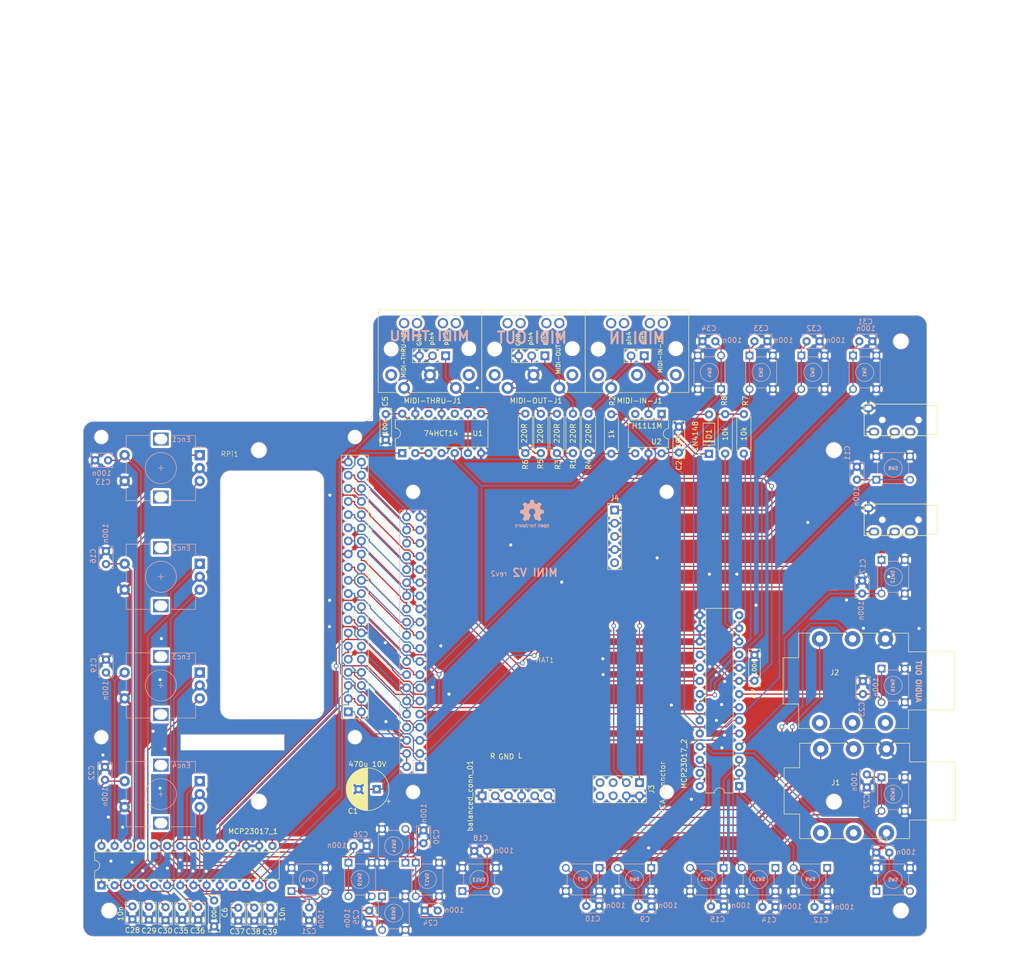
<source format=kicad_pcb>
(kicad_pcb (version 20241229) (generator "pcbnew") (generator_version "9.0")
  (title_block (title "zynthian mini v2 20 buttons short") (date "2024-04-9") (rev "2.2"))
  (layers (0 "F.Cu" signal) (2 "B.Cu" signal) (13 "F.Paste" user) (15 "B.Paste" user) (5 "F.SilkS" user "F.Silkscreen") (7 "B.SilkS" user "B.Silkscreen") (1 "F.Mask" user) (3 "B.Mask" user) (25 "Edge.Cuts" user))
  (net 0 "")
  (net 1 "I2S_AUDIO_OUT_DATA")
  (net 2 "+5V")
  (net 3 "GND")
  (net 4 "ENC-SW-1")
  (net 5 "ENC-SW-2")
  (net 6 "ENC-SW-3")
  (net 7 "ENC-SW-4")
  (net 8 "ENC-A-1")
  (net 9 "ENC-B-1")
  (net 10 "ENC-A-2")
  (net 11 "ENC-B-2")
  (net 12 "+3.3V")
  (net 13 "ENC-A-3")
  (net 14 "ENC-B-3")
  (net 15 "ENC-A-4")
  (net 16 "I2S_BCLK")
  (net 17 "ENC-B-4")
  (net 18 "I2S_LRCLK")
  (net 19 "SWITCH-3")
  (net 20 "SWITCH-4")
  (net 21 "SWITCH-5")
  (net 22 "SCK")
  (net 23 "SDA")
  (net 24 "SWITCH-6")
  (net 25 "SWITCH-7")
  (net 26 "SWITCH-8")
  (net 27 "SWITCH-1")
  (net 28 "SWITCH-9")
  (net 29 "SWITCH-10")
  (net 30 "SWITCH-2")
  (net 34 "MIDI-IN-PIN5")
  (net 37 "MIDI-OUT-PIN4")
  (net 38 "Net-(R5-Pad2)")
  (net 39 "MIDI-IN-PIN4")
  (net 40 "MIDI-OUT-PIN5")
  (net 41 "MIDI-THRU-PIN4")
  (net 42 "Net-(R1-Pad2)")
  (net 43 "Net-(U1-Pad6)")
  (net 46 "Net-(U1-Pad2)")
  (net 48 "SWITCH-11")
  (net 49 "MIDI_OUT")
  (net 50 "MIDI_IN")
  (net 51 "SWITCH-12")
  (net 52 "SWITCH-13")
  (net 53 "SWITCH-14")
  (net 54 "SWITCH-15")
  (net 55 "SWITCH-16")
  (net 56 "SWITCH-17")
  (net 57 "SWITCH-18")
  (net 58 "SWITCH-19")
  (net 59 "SWITCH-20")
  (net 60 "Net-(D1-K)")
  (net 61 "MIDI-THRU-PIN5")
  (net 62 "INT3")
  (net 63 "INT4")
  (net 64 "INT2")
  (net 69 "INT1")
  (net 75 "GPIO7(SPI1_CE_N)")
  (net 76 "GPIO16")
  (net 77 "GPIO20(SPI1_MOSI)")
  (net 78 "GPIO24(GEN5)")
  (net 79 "GPIO4(GCLK)")
  (net 80 "ID_SC")
  (net 81 "GPIO25(GEN6)")
  (net 82 "GPIO8(SPI0_CE_N)")
  (net 83 "GPIO11(SPI0_SCK)")
  (net 84 "ID_SD")
  (net 85 "GPIO9(SPI0_MISO)")
  (net 86 "GPIO13(PWM1)")
  (net 87 "GPIO10(SPI0_MOSI)")
  (net 88 "GPIO12(PWM0)")
  (net 89 "GPIO22(GEN3)")
  (net 90 "GPIO26")
  (net 91 "GPIO23(GEN4)")
  (net 92 "Net-(J3-Pin_3)")
  (net 93 "Net-(J3-Pin_1)")
  (net 96 "AUDIO_R_MINUS")
  (net 97 "AUDIO_L_PLUS")
  (net 98 "AUDIO_R_PLUS")
  (net 99 "AUDIO_L_MINUS")
  (net 105 "unconnected-(J3-Pin_6-Pad6)")
  (net 108 "Net-(J4-Pin_3)")
  (net 109 "Net-(J4-Pin_1)")
  (footprint "project-footprints:raspberry pi 4 HAT" (layer "F.Cu") (at 61.4193 77.8736 90)
    (property "Reference" "RPi1")
    (property "Value" "RPI Connector")
    (fp_circle (center 19 -24.5) (end 20.35 -24.5) (stroke (width 0.1)) (fill no) (layer "Edge.Cuts"))
    (fp_circle (center -39 -24.5) (end -37.65 -24.5) (stroke (width 0.1)) (fill no) (layer "Edge.Cuts"))
    (fp_circle (center 19 24.5) (end 20.35 24.5) (stroke (width 0.1)) (fill no) (layer "Edge.Cuts"))
    (fp_circle (center -39 24.5) (end -37.65 24.5) (stroke (width 0.1)) (fill no) (layer "Edge.Cuts"))
  )
  (footprint "Capacitor_THT:CP_Radial_D8.0mm_P3.50mm" (layer "F.Cu") (at 90.1193 126.9236 180)
    (property "Reference" "C1")
    (property "Value" "470u 10V")
  )
  (footprint "project-footprints:C_Rect_L7.0mm_W2.0mm_P5.00mm" (layer "F.Cu") (at 148.5193 61.8736 90)
    (property "Reference" "C2")
    (property "Value" "100n")
  )
  (footprint "project-footprints:C_Rect_L7.0mm_W2.0mm_P5.00mm" (layer "F.Cu") (at 91.8693 59.4336 90)
    (property "Reference" "C5")
    (property "Value" "100n")
  )
  (footprint "Diode_THT:D_DO-35_SOD27_P7.62mm_Horizontal" (layer "F.Cu") (at 154.3193 62.1236 90)
    (property "Reference" "D1")
    (property "Value" "1N4148")
  )
  (footprint "project-footprints:MultiDIN5" (layer "F.Cu") (at 112.9193 46.8736)
    (property "Reference" "MIDI-OUT-J1")
    (property "Value" "MIDI Out Jack")
  )
  (footprint "project-footprints:MultiDIN5" (layer "F.Cu") (at 132.9193 46.8736)
    (property "Reference" "MIDI-IN-J1")
    (property "Value" "MIDI In Jack")
  )
  (footprint "Resistor_THT:R_Axial_DIN0207_L6.3mm_D2.5mm_P7.62mm_Horizontal" (layer "F.Cu") (at 128.0493 54.3736 -90)
    (property "Reference" "R1")
    (property "Value" "220R")
  )
  (footprint "Resistor_THT:R_Axial_DIN0207_L6.3mm_D2.5mm_P7.62mm_Horizontal" (layer "F.Cu") (at 124.9493 61.9936 90)
    (property "Reference" "R3")
    (property "Value" "220R")
  )
  (footprint "Resistor_THT:R_Axial_DIN0207_L6.3mm_D2.5mm_P7.62mm_Horizontal" (layer "F.Cu") (at 135.4693 54.4836 -90)
    (property "Reference" "R2")
    (property "Value" "1k")
  )
  (footprint "Resistor_THT:R_Axial_DIN0207_L6.3mm_D2.5mm_P7.62mm_Horizontal" (layer "F.Cu") (at 121.8493 54.3736 -90)
    (property "Reference" "R5")
    (property "Value" "220R")
  )
  (footprint "Package_DIP:DIP-6_W7.62mm" (layer "F.Cu") (at 145.1743 54.4236 -90)
    (property "Reference" "U2")
    (property "Value" "H11L1M")
  )
  (footprint "Package_DIP:DIP-14_W7.62mm" (layer "F.Cu") (at 95.0493 61.9836 90)
    (property "Reference" "U1")
    (property "Value" "74HCT14")
  )
  (footprint "Resistor_THT:R_Axial_DIN0207_L6.3mm_D2.5mm_P7.62mm_Horizontal" (layer "F.Cu") (at 131.0493 54.3736 -90)
    (property "Reference" "R4")
    (property "Value" "220R")
  )
  (footprint "Connector_PinHeader_2.54mm:PinHeader_1x06_P2.54mm_Vertical" (layer "F.Cu") (at 110.5 128.2 90)
    (property "Reference" "balanced_conn_01")
    (property "Value" "Conn_01x03_Pin")
  )
  (footprint "project-footprints:C_Rect_L4.0mm_W2.5mm_P2.50mm" (layer "F.Cu") (at 49.3193 149.7236 -90)
    (property "Reference" "C30")
    (property "Value" "10n" (hide yes))
  )
  (footprint "Connector_PinHeader_2.54mm:PinHeader_1x05_P2.54mm_Vertical" (layer "F.Cu") (at 136.1 73)
    (property "Reference" "J4")
    (property "Value" "Conn_01x05")
  )
  (footprint "Connector_PinHeader_2.54mm:PinHeader_1x03_P2.54mm_Vertical" (layer "F.Cu") (at 122.6193 43.1736 -90)
    (property "Reference" "MIDI-OUT-J2")
    (property "Value" "Conn_01x03_Pin")
  )
  (footprint "project-footprints:C_Rect_L7.0mm_W2.0mm_P5.00mm" (layer "F.Cu") (at 163.1193 105.9736 90)
    (property "Reference" "C7")
    (property "Value" "100n")
  )
  (footprint "project-footprints:raspberry pi 4" (layer "F.Cu") (at 121.6568 108.4736 -90)
    (property "Reference" "HAT1")
    (property "Value" "RPI HAT Connector")
    (fp_circle (center -39 24.5) (end -37.65 24.5) (stroke (width 0.1)) (fill no) (layer "Edge.Cuts"))
    (fp_circle (center 19 24.5) (end 20.35 24.5) (stroke (width 0.1)) (fill no) (layer "Edge.Cuts"))
    (fp_circle (center -39 -24.5) (end -37.65 -24.5) (stroke (width 0.1)) (fill no) (layer "Edge.Cuts"))
    (fp_circle (center 19 -24.5) (end 20.35 -24.5) (stroke (width 0.1)) (fill no) (layer "Edge.Cuts"))
  )
  (footprint "Resistor_THT:R_Axial_DIN0207_L6.3mm_D2.5mm_P7.62mm_Horizontal" (layer "F.Cu") (at 157.4693 62.0736 90)
    (property "Reference" "R8")
    (property "Value" "10k")
  )
  (footprint "project-footprints:TRRS-PJ-320A" (layer "F.Cu") (at 196.4193 55.5736 -90)
    (property "Reference" "J7")
    (property "Value" "TRRS-PJ-320A")
  )
  (footprint "project-footprints:TRRS-PJ-320A" (layer "F.Cu") (at 196.4193 74.8736 -90)
    (property "Reference" "J6")
    (property "Value" "TRRS-PJ-320A")
  )
  (footprint "project-footprints:C_Rect_L4.0mm_W2.5mm_P2.50mm" (layer "F.Cu") (at 46.1193 149.6236 -90)
    (property "Reference" "C29")
    (property "Value" "10n" (hide yes))
  )
  (footprint "project-footprints:C_Rect_L4.0mm_W2.5mm_P2.50mm" (layer "F.Cu") (at 52.5193 149.6736 -90)
    (property "Reference" "C35")
    (property "Value" "10n" (hide yes))
  )
  (footprint "Package_DIP:DIP-28_W7.62mm" (layer "F.Cu") (at 160.1693 126.3236 180)
    (property "Reference" "MCP23017_2")
    (property "Value" "MCP23017_SP")
  )
  (footprint "project-footprints:C_Rect_L4.0mm_W2.5mm_P2.50mm" (layer "F.Cu") (at 63.3693 149.8236 -90)
    (property "Reference" "C37")
    (property "Value" "10n" (hide yes))
  )
  (footprint "Connector_PinHeader_2.54mm:PinHeader_2x04_P2.54mm_Vertical" (layer "F.Cu") (at 140.9 125.66 -90)
    (property "Reference" "J3")
    (property "Value" "Conn_02x04_Odd_Even" (hide yes))
  )
  (footprint "Resistor_THT:R_Axial_DIN0207_L6.3mm_D2.5mm_P7.62mm_Horizontal" (layer "F.Cu") (at 118.8493 61.9836 90)
    (property "Reference" "R6")
    (property "Value" "220R")
  )
  (footprint "Resistor_THT:R_Axial_DIN0207_L6.3mm_D2.5mm_P7.62mm_Horizontal" (layer "F.Cu") (at 161.0693 62.0736 90)
    (property "Reference" "R7")
    (property "Value" "10k")
  )
  (footprint "project-footprints:MultiDIN5" (layer "F.Cu") (at 92.9193 46.8736)
    (property "Reference" "MIDI-THRU-J1")
    (property "Value" "MIDI Thru Jack")
  )
  (footprint "Connector_PinHeader_2.54mm:PinHeader_1x02_P2.54mm_Vertical" (layer "F.Cu") (at 141.8193 43.1736 -90)
    (property "Reference" "MIDI-IN-J2")
    (property "Value" "Conn_01x03_Pin")
  )
  (footprint "project-footprints:C_Rect_L4.0mm_W2.5mm_P2.50mm" (layer "F.Cu") (at 66.4693 149.8236 -90)
    (property "Reference" "C38")
    (property "Value" "10n" (hide yes))
  )
  (footprint "Package_DIP:DIP-28_W7.62mm" (layer "F.Cu") (at 36.9393 145.4936 90)
    (property "Reference" "MCP23017_1")
    (property "Value" "MCP23017_SP")
  )
  (footprint "project-footprints:C_Rect_L7.0mm_W2.0mm_P5.00mm" (layer "F.Cu") (at 58.7193 148.4236 -90)
    (property "Reference" "C6")
    (property "Value" "100n")
  )
  (footprint "project-footprints:aliexpress 5 inch screen" (layer "F.Cu") (at 122.9193 95.3736 180)
    (property "Reference" "screen" (hide yes))
    (property "Value" "aliexpress 5 inch screen")
    (fp_circle (center 55.5545 33.965) (end 57.0545 33.965) (stroke (width 0.12)) (fill no) (layer "Edge.Cuts"))
    (fp_circle (center 55.5545 -33.965) (end 57.0545 -33.965) (stroke (width 0.12)) (fill no) (layer "Edge.Cuts"))
    (fp_circle (center -55.5545 33.965) (end -54.0545 33.965) (stroke (width 0.12)) (fill no) (layer "Edge.Cuts"))
    (fp_circle (center -55.5545 -33.965) (end -54.0545 -33.965) (stroke (width 0.12)) (fill no) (layer "Edge.Cuts"))
  )
  (footprint "project-footprints:Jack_6.35mm_Neutrik_NMJ6HFD2_Horizontal" (layer "F.Cu") (at 175.9193 119.1436)
    (property "Reference" "J1")
    (property "Value" "NEUTRIK")
  )
  (footprint "project-footprints:C_Rect_L4.0mm_W2.5mm_P2.50mm" (layer "F.Cu") (at 42.9193 149.5736 -90)
    (property "Reference" "C28")
    (property "Value" "10n")
  )
  (footprint "project-footprints:C_Rect_L4.0mm_W2.5mm_P2.50mm" (layer "F.Cu") (at 69.5693 149.8236 -90)
    (property "Reference" "C39")
    (property "Value" "10n")
  )
  (footprint "project-footprints:Jack_6.35mm_Neutrik_NMJ6HFD2_Horizontal" (layer "F.Cu") (at 175.7193 97.8736)
    (property "Reference" "J2")
    (property "Value" "NEUTRIK")
  )
  (footprint "project-footprints:C_Rect_L4.0mm_W2.5mm_P2.50mm" (layer "F.Cu") (at 55.6193 149.6736 -90)
    (property "Reference" "C36")
    (property "Value" "10n" (hide yes))
  )
  (footprint "Connector_PinHeader_2.54mm:PinHeader_1x03_P2.54mm_Vertical" (layer "F.Cu") (at 103.4443 43.1736 -90)
    (property "Reference" "MIDI-THRU-J2")
    (property "Value" "Conn_01x03_Pin")
  )
  (footprint "project-footprints:push-button-13mm" (layer "B.Cu") (at 93.4193 137.8736 90)
    (property "Reference" "SW14")
    (property "Value" "SW_Push")
  )
  (footprint "project-footprints:C_Rect_L4.0mm_W2.5mm_P2.50mm" (layer "B.Cu") (at 184.075985 108.545259 90)
    (property "Reference" "C23")
    (property "Value" "100n")
  )
  (footprint "project-footprints:C_Rect_L4.0mm_W2.5mm_P2.50mm" (layer "B.Cu") (at 99.1693 137.3736 90)
    (property "Reference" "C20")
    (property "Value" "100n")
  )
  (footprint "project-footprints:push-button-13mm" (layer "B.Cu") (at 173.9193 144.3736 180)
    (property "Reference" "SW9")
    (property "Value" "SW_Push")
  )
  (footprint "project-footprints:C_Rect_L4.0mm_W2.5mm_P2.50mm" (layer "B.Cu") (at 140.7193 149.5736)
    (property "Reference" "C9")
    (property "Value" "100n")
  )
  (footprint "project-footprints:C_Rect_L4.0mm_W2.5mm_P2.50mm" (layer "B.Cu") (at 85.6693 137.8736)
    (property "Reference" "C26")
    (property "Value" "100n")
  )
  (footprint "Symbol:OSHW-Logo2_7.3x6mm_SilkScreen" (layer "B.Cu") (at 120.153286 73.782489 180)
    (property "Reference" "REF**" (hide yes))
    (property "Value" "OSHW-Logo2_7.3x6mm_SilkScreen" (hide yes))
  )
  (footprint "project-footprints:RotaryEncoder_Alps_EC12E-Switch_Vertical_H20mm" (layer "B.Cu") (at 48.4193 85.8736 180)
    (property "Reference" "Enc2")
    (property "Value" "RotaryEncoder_Switch")
  )
  (footprint "project-footprints:C_Rect_L4.0mm_W2.5mm_P2.50mm" (layer "B.Cu") (at 184.8443 124.0736 -90)
    (property "Reference" "C27")
    (property "Value" "100n")
  )
  (footprint "project-footprints:C_Rect_L4.0mm_W2.5mm_P2.50mm" (layer "B.Cu") (at 37.6193 125.1236 90)
    (property "Reference" "C22")
    (property "Value" "100n")
  )
  (footprint "project-footprints:C_Rect_L4.0mm_W2.5mm_P2.50mm" (layer "B.Cu") (at 173.1943 40.3736)
    (property "Reference" "C32")
    (property "Value" "100n")
  )
  (footprint "project-footprints:push-button-13mm" (layer "B.Cu") (at 189.9193 106.8736 -90)
    (property "Reference" "SW16")
    (property "Value" "SW_Push")
  )
  (footprint "project-footprints:RotaryEncoder_Alps_EC12E-Switch_Vertical_H20mm" (layer "B.Cu") (at 48.4193 127.8736 180)
    (property "Reference" "Enc4")
    (property "Value" "RotaryEncoder_Switch")
  )
  (footprint "project-footprints:push-button-13mm" (layer "B.Cu") (at 189.9193 127.8736 -90)
    (property "Reference" "SW20")
    (property "Value" "SW_Push")
  )
  (footprint "project-footprints:C_Rect_L4.0mm_W2.5mm_P2.50mm" (layer "B.Cu") (at 37.8193 83.4236 90)
    (property "Reference" "C16")
    (property "Value" "100n")
  )
  (footprint "project-footprints:C_Rect_L4.0mm_W2.5mm_P2.50mm" (layer "B.Cu") (at 189.1693 139.1736 180)
    (property "Reference" "C8")
    (property "Value" "100n")
  )
  (footprint "project-footprints:C_Rect_L4.0mm_W2.5mm_P2.50mm" (layer "B.Cu") (at 111.4693 138.8736 180)
    (property "Reference" "C18")
    (property "Value" "100n")
  )
  (footprint "project-footprints:C_Rect_L4.0mm_W2.5mm_P2.50mm" (layer "B.Cu") (at 77.0693 149.7736 -90)
    (property "Reference" "C21")
    (property "Value" "100n")
  )
  (footprint "project-footprints:push-button-13mm" (layer "B.Cu") (at 139.9193 144.3736 180)
    (property "Reference" "SW6")
    (property "Value" "SW_Push")
  )
  (footprint "project-footprints:C_Rect_L4.0mm_W2.5mm_P2.50mm" (layer "B.Cu") (at 155.5693 40.3736 180)
    (property "Reference" "C34")
    (property "Value" "100n")
  )
  (footprint "project-footprints:C_Rect_L4.0mm_W2.5mm_P2.50mm" (layer "B.Cu") (at 163.1193 40.3736)
    (property "Reference" "C33")
    (property "Value" "100n")
  )
  (footprint "project-footprints:push-button-13mm" (layer "B.Cu") (at 163.9193 144.3736 180)
    (property "Reference" "SW10")
    (property "Value" "SW_Push")
  )
  (footprint "project-footprints:C_Rect_L4.0mm_W2.5mm_P2.50mm" (layer "B.Cu") (at 183.9193 89.1236 90)
    (property "Reference" "C17")
    (property "Value" "100n")
  )
  (footprint "project-footprints:push-button-13mm" (layer "B.Cu") (at 189.9193 64.8736)
    (property "Reference" "SW8")
    (property "Value" "SW_Push")
  )
  (footprint "project-footprints:push-button-13mm" (layer "B.Cu") (at 174.4193 46.3736 -90)
    (property "Reference" "SW2")
    (property "Value" "SW_Push")
  )
  (footprint "project-footprints:C_Rect_L4.0mm_W2.5mm_P2.50mm" (layer "B.Cu") (at 88.6693 150.3736 -90)
    (property "Reference" "C25")
    (property "Value" "100n")
  )
  (footprint "project-footprints:C_Rect_L4.0mm_W2.5mm_P2.50mm" (layer "B.Cu") (at 182.9193 67.1236 90)
    (property "Reference" "C11")
    (property "Value" "100n")
  )
  (footprint "project-footprints:Zynthian Logo Mask" (layer "B.Cu") (at 121.0193 81.7736 180)
    (property "Reference" "logo1" (hide yes))
    (property "Value" "MINI V2")
  )
  (footprint "project-footprints:C_Rect_L4.0mm_W2.5mm_P2.50mm" (layer "B.Cu") (at 37.8193 104.3736 90)
    (property "Reference" "C19")
    (property "Value" "100n")
  )
  (footprint "project-footprints:RotaryEncoder_Alps_EC12E-Switch_Vertical_H20mm" (layer "B.Cu") (at 48.4193 64.8736 180)
    (property "Reference" "Enc1")
    (property "Value" "RotaryEncoder_Switch")
  )
  (footprint "project-footprints:C_Rect_L4.0mm_W2.5mm_P2.50mm" (layer "B.Cu") (at 101.9193 150.3736 180)
    (property "Reference" "C24")
    (property "Value" "100n")
  )
  (footprint "project-footprints:push-button-13mm" (layer "B.Cu") (at 99.9193 144.3736 -90)
    (property "Reference" "SW17")
    (property "Value" "SW_Push")
  )
  (footprint "project-footprints:C_Rect_L4.0mm_W2.5mm_P2.50mm" (layer "B.Cu") (at 183.3943 40.3736)
    (property "Reference" "C31")
    (property "Value" "100n")
  )
  (footprint "project-footprints:push-button-13mm" (layer "B.Cu") (at 154.4193 46.3736 90)
    (property "Reference" "SW4")
    (property "Value" "SW_Push")
  )
  (footprint "project-footprints:push-button-13mm" (layer "B.Cu") (at 189.9193 85.8736 -90)
    (property "Reference" "SW12")
    (property "Value" "SW_Push")
  )
  (footprint "project-footprints:push-button-13mm" (layer "B.Cu") (at 86.9193 144.3736 -90)
    (property "Reference" "SW19")
    (property "Value" "SW_Push")
  )
  (footprint "project-footprints:push-button-13mm" (layer "B.Cu") (at 189.9193 144.3736)
    (property "Reference" "SW5")
    (property "Value" "SW_Push")
  )
  (footprint "project-footprints:C_Rect_L4.0mm_W2.5mm_P2.50mm" (layer "B.Cu") (at 174.7193 149.6736)
    (property "Reference" "C12")
    (property "Value" "100n")
  )
  (footprint "project-footprints:push-button-13mm" (layer "B.Cu") (at 184.4193 46.3736 -90)
    (property "Reference" "SW1")
    (property "Value" "SW_Push")
  )
  (footprint "project-footprints:C_Rect_L4.0mm_W2.5mm_P2.50mm" (layer "B.Cu") (at 154.7193 149.5736)
    (property "Reference" "C15")
    (property "Value" "100n")
  )
  (footprint "project-footprints:push-button-13mm" (layer "B.Cu") (at 109.9193 144.3736)
    (property "Reference" "SW13")
    (property "Value" "SW_Push")
  )
  (footprint "project-footprints:push-button-13mm" (layer "B.Cu") (at 93.4193 150.8736 -90)
    (property "Reference" "SW18")
    (property "Value" "SW_Push")
  )
  (footprint "project-footprints:push-button-13mm" (layer "B.Cu") (at 76.9193 144.3736)
    (property "Reference" "SW15")
    (property "Value" "SW_Push")
  )
  (footprint "project-footprints:push-button-13mm" (layer "B.Cu") (at 129.9193 144.3736 180)
    (property "Reference" "SW7")
    (property "Value" "SW_Push")
  )
  (footprint "project-footprints:C_Rect_L4.0mm_W2.5mm_P2.50mm" (layer "B.Cu") (at 130.6193 149.4736)
    (property "Reference" "C10")
    (property "Value" "100n")
  )
  (footprint "project-footprints:RotaryEncoder_Alps_EC12E-Switch_Vertical_H20mm" (layer "B.Cu") (at 48.4193 106.8736 180)
    (property "Reference" "Enc3")
    (property "Value" "RotaryEncoder_Switch")
  )
  (footprint "project-footprints:push-button-13mm" (layer "B.Cu") (at 153.9193 144.3736 180)
    (property "Reference" "SW11")
    (property "Value" "SW_Push")
  )
  (footprint "project-footprints:push-button-13mm" (layer "B.Cu") (at 164.4193 46.3736 -90)
    (property "Reference" "SW3")
    (property "Value" "SW_Push")
  )
  (footprint "project-footprints:C_Rect_L4.0mm_W2.5mm_P2.50mm" (layer "B.Cu") (at 164.6693 149.6736)
    (property "Reference" "C14")
    (property "Value" "100n")
  )
  (footprint "project-footprints:C_Rect_L4.0mm_W2.5mm_P2.50mm" (layer "B.Cu") (at 38.2193 63.3736 180)
    (property "Reference" "C13")
    (property "Value" "100n")
  )
  (gr_line (start 196.4193 153.3736) (end 196.4193 37.3736) (stroke (width 0.1)) (layer "Edge.Cuts"))
  (gr_line (start 59.9193 111.3736) (end 59.9193 67.3736) (stroke (width 0.1)) (layer "Edge.Cuts"))
  (gr_line (start 61.9193 65.3736) (end 77.9193 65.3736) (stroke (width 0.1)) (layer "Edge.Cuts"))
  (gr_arc (start 194.4193 35.3736) (mid 195.833514 35.959386) (end 196.4193 37.3736) (stroke (width 0.1)) (layer "Edge.Cuts"))
  (gr_arc (start 196.4193 153.3736) (mid 195.833514 154.787814) (end 194.4193 155.3736) (stroke (width 0.1)) (layer "Edge.Cuts"))
  (gr_circle (center 191.4193 150.3736) (end 192.9193 150.3736) (stroke (width 0.1)) (fill no) (layer "Edge.Cuts"))
  (gr_arc (start 35.4193 155.3736) (mid 34.005086 154.787814) (end 33.4193 153.3736) (stroke (width 0.1)) (layer "Edge.Cuts"))
  (gr_line (start 89.4193 53.8736) (end 89.4193 37.3736) (stroke (width 0.1)) (layer "Edge.Cuts"))
  (gr_line (start 87.4193 55.8736) (end 35.4193 55.8736) (stroke (width 0.1)) (layer "Edge.Cuts"))
  (gr_arc (start 59.9193 67.3736) (mid 60.505086 65.959386) (end 61.9193 65.3736) (stroke (width 0.1)) (layer "Edge.Cuts"))
  (gr_line (start 77.9193 113.3736) (end 61.9193 113.3736) (stroke (width 0.1)) (layer "Edge.Cuts"))
  (gr_circle (center 38.4193 150.3736) (end 39.9193 150.3736) (stroke (width 0.1)) (fill no) (layer "Edge.Cuts"))
  (gr_rect (start 52.2568 116.3736) (end 72.2568 119.3736) (stroke (width 0.1)) (fill no) (layer "Edge.Cuts"))
  (gr_line (start 35.4193 155.3736) (end 194.4193 155.3736) (stroke (width 0.1)) (layer "Edge.Cuts"))
  (gr_arc (start 33.4193 57.8736) (mid 34.005086 56.459386) (end 35.4193 55.8736) (stroke (width 0.1)) (layer "Edge.Cuts"))
  (gr_arc (start 89.4193 53.8736) (mid 88.833513 55.287813) (end 87.4193 55.8736) (stroke (width 0.1)) (layer "Edge.Cuts"))
  (gr_arc (start 77.9193 65.3736) (mid 79.333514 65.959386) (end 79.9193 67.3736) (stroke (width 0.1)) (layer "Edge.Cuts"))
  (gr_arc (start 89.4193 37.3736) (mid 90.005086 35.959386) (end 91.4193 35.3736) (stroke (width 0.1)) (layer "Edge.Cuts"))
  (gr_arc (start 79.9193 111.3736) (mid 79.333514 112.787814) (end 77.9193 113.3736) (stroke (width 0.1)) (layer "Edge.Cuts"))
  (gr_line (start 33.4193 57.8736) (end 33.4193 153.3736) (stroke (width 0.1)) (layer "Edge.Cuts"))
  (gr_circle (center 191.4193 40.3736) (end 192.9193 40.3736) (stroke (width 0.1)) (fill no) (layer "Edge.Cuts"))
  (gr_line (start 79.9193 67.3736) (end 79.9193 111.3736) (stroke (width 0.1)) (layer "Edge.Cuts"))
  (gr_arc (start 61.9193 113.3736) (mid 60.505086 112.787814) (end 59.9193 111.3736) (stroke (width 0.1)) (layer "Edge.Cuts"))
  (gr_line (start 194.4193 35.3736) (end 91.4193 35.3736) (stroke (width 0.1)) (layer "Edge.Cuts"))
  (gr_text "L" (at 117.334596 121.02051 0) (layer "F.SilkS") (effects (font (size 1 1)) (justify left bottom)))
  (gr_text "1N4148" (at 151.6693 58.7236 90) (layer "F.SilkS") (effects (font (size 1 1))))
  (gr_text "R" (at 111.934596 121.12051 0) (layer "F.SilkS") (effects (font (size 1 1)) (justify left bottom)))
  (gr_text "GND" (at 113.534596 121.22051 0) (layer "F.SilkS") (effects (font (size 1 1)) (justify left bottom)))
  (gr_text "pin4" (at 101.2193 41.2736 90) (layer "F.SilkS") (effects (font (size 0.8 0.8)) (justify left bottom)))
  (gr_text "pin5" (at 103.9193 41.2736 90) (layer "F.SilkS") (effects (font (size 0.8 0.8)) (justify left bottom)))
  (gr_text "pin4" (at 139.3193 41.1736 90) (layer "F.SilkS") (effects (font (size 0.8 0.8)) (justify left bottom)))
  (gr_text "GND" (at 117.9193 41.3736 90) (layer "F.SilkS") (effects (font (size 0.8 0.8)) (justify left bottom)))
  (gr_text "pin5" (at 123.0193 41.2736 90) (layer "F.SilkS") (effects (font (size 0.8 0.8)) (justify left bottom)))
  (gr_text "pin5" (at 142.0193 41.1736 90) (layer "F.SilkS") (effects (font (size 0.8 0.8)) (justify left bottom)))
  (gr_text "GND" (at 98.8193 41.3736 90) (layer "F.SilkS") (effects (font (size 0.8 0.8)) (justify left bottom)))
  (gr_text "pin4" (at 120.3193 41.2736 90) (layer "F.SilkS") (effects (font (size 0.8 0.8)) (justify left bottom)))
  (gr_text "MIDI IN" (at 140.4193 39.7736 0) (layer "B.SilkS") (effects (font (size 2.2 2) (thickness 0.4)) (justify mirror)))
  (gr_text "rev2" (at 115.4193 85.8736 0) (layer "B.SilkS") (effects (font (size 1 1)) (justify left bottom mirror)))
  (gr_text "MIDI OUT" (at 120.1193 39.6736 0) (layer "B.SilkS") (effects (font (size 2.2 2) (thickness 0.4)) (justify mirror)))
  (gr_text "AUDIO OUT" (at 194.8193 106.0736 270) (layer "B.SilkS") (effects (font (size 1 1) (thickness 0.25)) (justify mirror)))
  (gr_text "MIDI THRU" (at 100.3193 39.3736 0) (layer "B.SilkS") (effects (font (size 1.8 2) (thickness 0.4)) (justify mirror)))
  (segment (start 95.9068 73.0869) (end 87.7602 64.9403) (width 0.25) (layer "B.Cu") (net 1))
  (segment (start 87.7602 64.9403) (end 87.1693 64.9403) (width 0.25) (layer "B.Cu") (net 1))
  (segment (start 95.9068 74.3136) (end 95.9068 73.0869) (width 0.25) (layer "B.Cu") (net 1))
  (segment (start 87.1693 63.7136) (end 87.1693 64.9403) (width 0.25) (layer "B.Cu") (net 1))
  (segment (start 63.516 137.5059) (end 63.516 137.8736) (width 0.25) (layer "F.Cu") (net 2))
  (segment (start 90.1193 126.9236) (end 88.9426 126.9236) (width 0.25) (layer "F.Cu") (net 2))
  (segment (start 79.1693 136.6969) (end 69.9593 136.6969) (width 0.25) (layer "F.Cu") (net 2))
  (segment (start 91.8693 54.4336) (end 93.8026 54.4336) (width 0.25) (layer "F.Cu") (net 2))
  (segment (start 69.9593 137.8736) (end 69.9593 136.6969) (width 0.25) (layer "F.Cu") (net 2))
  (segment (start 99.3593 58.6736) (end 115.5393 58.6736) (width 0.25) (layer "F.Cu") (net 2))
  (segment (start 164.9193 66.8736) (end 129.8293 66.8736) (width 0.25) (layer "F.Cu") (net 2))
  (segment (start 69.9593 136.6969) (end 64.325 136.6969) (width 0.25) (layer "F.Cu") (net 2))
  (segment (start 152.5493 100.9236) (end 153.726 100.9236) (width 0.25) (layer "F.Cu") (net 2))
  (segment (start 153.726 100.9236) (end 158.806 106.0036) (width 0.25) (layer "F.Cu") (net 2))
  (segment (start 160.1693 106.0036) (end 158.9926 106.0036) (width 0.25) (layer "F.Cu") (net 2))
  (segment (start 64.325 136.6969) (end 63.516 137.5059) (width 0.25) (layer "F.Cu") (net 2))
  (segment (start 129.8293 66.8736) (end 124.9493 61.9936) (width 0.25) (layer "F.Cu") (net 2))
  (segment (start 62.3393 137.8736) (end 63.516 137.8736) (width 0.25) (layer "F.Cu") (net 2))
  (segment (start 94.6801 120.0336) (end 87.8468 113.2003) (width 0.25) (layer "F.Cu") (net 2))
  (segment (start 87.8468 113.2003) (end 87.1693 113.2003) (width 0.25) (layer "F.Cu") (net 2))
  (segment (start 95.9068 120.0336) (end 94.6801 120.0336) (width 0.25) (layer "F.Cu") (net 2))
  (segment (start 158.806 106.0036) (end 158.9926 106.0036) (width 0.25) (layer "F.Cu") (net 2))
  (segment (start 95.0493 54.3636) (end 99.3593 58.6736) (width 0.25) (layer "F.Cu") (net 2))
  (segment (start 95.9068 122.5736) (end 95.9068 120.0336) (width 0.25) (layer "F.Cu") (net 2))
  (segment (start 95.0493 54.3636) (end 93.8726 54.3636) (width 0.25) (layer "F.Cu") (net 2))
  (segment (start 93.8026 54.4336) (end 93.8726 54.3636) (width 0.25) (layer "F.Cu") (net 2))
  (segment (start 88.9426 126.9236) (end 79.1693 136.6969) (width 0.25) (layer "F.Cu") (net 2))
  (segment (start 87.1693 111.9736) (end 87.1693 113.2003) (width 0.25) (layer "F.Cu") (net 2))
  (segment (start 166.4193 68.3736) (end 164.9193 66.8736) (width 0.25) (layer "F.Cu") (net 2))
  (segment (start 115.5393 58.6736) (end 118.8493 61.9836) (width 0.25) (layer "F.Cu") (net 2))
  (via (at 166.4193 68.3736) (size 0.9) (drill 0.6) (layers "F.Cu" "B.Cu") (net 2))
  (segment (start 163.1193 105.9736) (end 166.47521 102.61769) (width 0.25) (layer "B.Cu") (net 2))
  (segment (start 87.1693 108.2069) (end 86.7092 108.2069) (width 0.25) (layer "B.Cu") (net 2))
  (segment (start 87.1693 111.9736) (end 87.1693 109.4336) (width 0.25) (layer "B.Cu") (net 2))
  (segment (start 58.7193 148.4236) (end 57.2593 146.9636) (width 0.25) (layer "B.Cu") (net 2))
  (segment (start 91.296 125.9577) (end 94.6801 122.5736) (width 0.25) (layer "B.Cu") (net 2))
  (segment (start 83.1252 102.8026) (end 82.8827 102.5601) (width 0.25) (layer "B.Cu") (net 2))
  (segment (start 95.9068 122.5736) (end 94.6801 122.5736) (width 0.25) (layer "B.Cu") (net 2))
  (segment (start 166.47521 102.61769) (end 166.47521 68.42951) (width 0.25) (layer "B.Cu") (net 2))
  (segment (start 85.8266 61.4834) (end 91.8693 55.4407) (width 0.25) (layer "B.Cu") (net 2))
  (segment (start 85.0737 61.4834) (end 85.8266 61.4834) (width 0.25) (layer "B.Cu") (net 2))
  (segment (start 123.7131 60.7574) (end 124.9493 61.9936) (width 0.25) (layer "B.Cu") (net 2))
  (segment (start 62.3393 139.0503) (end 57.2593 144.1303) (width 0.25) (layer "B.Cu") (net 2))
  (segment (start 160.1693 106.0036) (end 161.346 106.0036) (width 0.25) (layer "B.Cu") (net 2))
  (segment (start 62.3393 137.8736) (end 62.3393 139.0503) (width 0.25) (layer "B.Cu") (net 2))
  (segment (start 83.1252 104.6137) (end 83.1252 102.8026) (width 0.25) (layer "B.Cu") (net 2))
  (segment (start 57.2593 146.9636) (end 57.2593 145.4936) (width 0.25) (layer "B.Cu") (net 2))
  (segment (start 91.296 126.9236) (end 91.296 125.9577) (width 0.25) (layer "B.Cu") (net 2))
  (segment (start 82.8827 63.6744) (end 85.0737 61.4834) (width 0.25) (layer "B.Cu") (net 2))
  (segment (start 166.47521 68.42951) (end 166.4193 68.3736) (width 0.25) (layer "B.Cu") (net 2))
  (segment (start 120.0755 60.7574) (end 118.8493 61.9836) (width 0.25) (layer "B.Cu") (net 2))
  (segment (start 87.1693 109.4336) (end 87.1693 108.2069) (width 0.25) (layer "B.Cu") (net 2))
  (segment (start 85.9426 107.4403) (end 85.9426 106.4634) (width 0.25) (layer "B.Cu") (net 2))
  (segment (start 120.0755 60.7574) (end 123.7131 60.7574) (width 0.25) (layer "B.Cu") (net 2))
  (segment (start 85.9426 106.4634) (end 85.1028 105.6236) (width 0.25) (layer "B.Cu") (net 2))
  (segment (start 85.1028 105.6236) (end 84.1351 105.6236) (width 0.25) (layer "B.Cu") (net 2))
  (segment (start 90.1193 126.9236) (end 91.296 126.9236) (width 0.25) (layer "B.Cu") (net 2))
  (segment (start 86.7092 108.2069) (end 85.9426 107.4403) (width 0.25) (layer "B.Cu") (net 2))
  (segment (start 163.1193 105.9736) (end 161.376 105.9736) (width 0.25) (layer "B.Cu") (net 2))
  (segment (start 91.8693 55.4407) (end 91.8693 54.4336) (width 0.25) (layer "B.Cu") (net 2))
  (segment (start 82.8827 102.5601) (end 82.8827 63.6744) (width 0.25) (layer "B.Cu") (net 2))
  (segment (start 57.2593 144.1303) (end 57.2593 145.4936) (width 0.25) (layer "B.Cu") (net 2))
  (segment (start 161.376 105.9736) (end 161.346 106.0036) (width 0.25) (layer "B.Cu") (net 2))
  (segment (start 84.1351 105.6236) (end 83.1252 104.6137) (width 0.25) (layer "B.Cu") (net 2))
  (segment (start 81.0193 90.4236) (end 80.9693 90.3736) (width 0.25) (layer "F.Cu") (net 3))
  (segment (start 95.9068 107.3336) (end 97.1318 108.5586) (width 0.25) (layer "F.Cu") (net 3))
  (segment (start 95.9068 99.7136) (end 97.1318 100.9386) (width 0.25) (layer "F.Cu") (net 3))
  (segment (start 92.2868 113.8736) (end 95.9068 117.4936) (width 0.25) (layer "F.Cu") (net 3))
  (segment (start 95.9068 81.9336) (end 97.1318 83.1586) (width 0.25) (layer "F.Cu") (net 3))
  (segment (start 89.1618 100.5886) (end 85.8543 100.5886) (width 0.25) (layer "F.Cu") (net 3))
  (segment (start 87.1693 71.3336) (end 85.9443 70.1086) (width 0.25) (layer "F.Cu") (net 3))
  (segment (start 97.2218 88.3286) (end 97.2218 90.8686) (width 0.25) (layer "F.Cu") (net 3))
  (segment (start 85.9443 70.1086) (end 81.0843 70.1086) (width 0.25) (layer "F.Cu") (net 3))
  (segment (start 95.9068 87.0136) (end 97.2218 88.3286) (width 0.25) (layer "F.Cu") (net 3))
  (segment (start 97.2218 90.8686) (end 98.4468 92.0936) (width 0.25) (layer "F.Cu") (net 3))
  (segment (start 80.9693 95.5236) (end 80.9843 95.5086) (width 0.25) (layer "F.Cu") (net 3))
  (segment (start 95.9068 107.3336) (end 89.1618 100.5886) (width 0.25) (layer "F.Cu") (net 3))
  (segment (start 87.1693 89.1136) (end 85.8543 90.4286) (width 0.25) (layer "F.Cu") (net 3))
  (segment (start 97.1318 108.5586) (end 104.0843 108.5586) (width 0.25) (layer "F.Cu") (net 3))
  (segment (start 97.1318 85.7886) (end 95.9068 87.0136) (width 0.25) (layer "F.Cu") (net 3))
  (segment (start 104.1193 108.5236) (end 104.0843 108.5586) (width 0.25) (layer "F.Cu") (net 3))
  (segment (start 85.8543 90.4286) (end 81.0243 90.4286) (width 0.25) (layer "F.Cu") (net 3))
  (segment (start 100.8043 100.9386) (end 102.5193 99.2236) (width 0.25) (layer "F.Cu") (net 3))
  (segment (start 97.1318 100.9386) (end 100.8043 100.9386) (width 0.25) (layer "F.Cu") (net 3))
  (segment (start 97.1318 83.1586) (end 97.1318 85.7886) (width 0.25) (layer "F.Cu") (net 3))
  (segment (start 85.8543 77.7286) (end 85.8543 80.2686) (width 0.25) (layer "F.Cu") (net 3))
  (segment (start 85.8543 80.2686) (end 84.6293 81.4936) (width 0.25) (layer "F.Cu") (net 3))
  (segment (start 91.9193 113.8736) (end 92.2868 113.8736) (width 0.25) (layer "F.Cu") (net 3))
  (segment (start 87.1693 76.4136) (end 85.8543 77.7286) (width 0.25) (layer "F.Cu") (net 3))
  (segment (start 81.0693 70.1236) (end 81.0843 70.1086) (width 0.25) (layer "F.Cu") (net 3))
  (segment (start 85.9443 95.5086) (end 80.9843 95.5086) (width 0.25) (layer "F.Cu") (net 3))
  (segment (start 85.8543 100.5886) (end 84.6293 101.8136) (width 0.25) (layer "F.Cu") (net 3))
  (segment (start 81.0243 90.4286) (end 81.0193 90.4236) (width 0.25) (layer "F.Cu") (net 3))
  (segment (start 87.1693 96.7336) (end 85.9443 95.5086) (width 0.25) (layer "F.Cu") (net 3))
  (via (at 155.7693 113.6236) (size 0.9) (drill 0.6) (layers "F.Cu" "B.Cu") (net 3))
  (via (at 37.2193 120.3236) (size 0.9) (drill 0.6) (layers "F.Cu" "B.Cu") (net 3))
  (via (at 81.0843 70.1086) (size 0.9) (drill 0.6) (layers "F.Cu" "B.Cu") (net 3))
  (via (at 156.8193 118.9236) (size 0.9) (drill 0.6) (layers "F.Cu" "B.Cu") (net 3))
  (via (at 184.6693 85.4236) (size 0.9) (drill 0.6) (layers "F.Cu" "B.Cu") (net 3))
  (via (at 194.9193 95.8736) (size 0.9) (drill 0.6) (layers "F.Cu" "B.Cu") (net 3))
  (via (at 147.0693 110.6736) (size 0.9) (drill 0.6) (layers "F.Cu" "B.Cu") (net 3))
  (via (at 100.9193 107.2236) (size 0.9) (drill 0.6) (layers "F.Cu" "B.Cu") (net 3))
  (via (at 81.0193 90.4236) (size 0.9) (drill 0.6) (layers "F.Cu" "B.Cu") (net 3))
  (via (at 163.4193 91.3736) (size 0.9) (drill 0.6) (layers "F.Cu" "B.Cu") (net 3))
  (via (at 180.9193 90.3736) (size 0.9) (drill 0.6) (layers "F.Cu" "B.Cu") (net 3))
  (via (at 49.1693 119.1236) (size 0.9) (drill 0.6) (layers "F.Cu" "B.Cu") (net 3))
  (via (at 38.7693 140.8236) (size 0.9) (drill 0.6) (layers "F.Cu" "B.Cu") (net 3))
  (via (at 38.2693 132.3236) (size 0.9) (drill 0.6) (layers "F.Cu" "B.Cu") (net 3))
  (via (at 48.2693 105.7736) (size 0.9) (drill 0.6) (layers "F.Cu" "B.Cu") (net 3))
  (via (at 154.4193 85.3736) (size 0.9) (drill 0.6) (layers "F.Cu" "B.Cu") (net 3))
  (via (at 155.7693 104.8736) (size 0.9) (drill 0.6) (layers "F.Cu" "B.Cu") (net 3))
  (via (at 154.4693 103.2236) (size 0.9) (drill 0.6) (layers "F.Cu" "B.Cu") (net 3))
  (via (at 57.1693 142.7736) (size 0.9) (drill 0.6) (layers "F.Cu" "B.Cu") (net 3))
  (via (at 159.7193 85.3736) (size 0.9) (drill 0.6) (layers "F.Cu" "B.Cu") (net 3))
  (via (at 52.1693 140.5736) (size 0.9) (drill 0.6) (layers "F.Cu" "B.Cu") (net 3))
  (via (at 142.6693 138.2736) (size 0.9) (drill 0.6) (layers "F.Cu" "B.Cu") (net 3))
  (via (at 157.3693 106.1236) (size 0.9) (drill 0.6) (layers "F.Cu" "B.Cu") (net 3))
  (via (at 91.9193 113.8736) (size 0.9) (drill 0.6) (layers "F.Cu" "B.Cu") (net 3))
  (via (at 75.9193 145.7236) (size 0.9) (drill 0.6) (layers "F.Cu" "B.Cu") (net 3))
  (via (at 80.9843 95.5086) (size 0.9) (drill 0.6) (layers "F.Cu" "B.Cu") (net 3))
  (via (at 116.0193 79.7236) (size 0.9) (drill 0.6) (layers "F.Cu" "B.Cu") (net 3))
  (via (at 189.0693 85.8736) (size 0.9) (drill 0.6) (layers "F.Cu" "B.Cu") (net 3))
  (via (at 41.0193 134.2736) (size 0.9) (drill 0.6) (layers "F.Cu" "B.Cu") (net 3))
  (via (at 102.5193 99.2236) (size 0.9) (drill 0.6) (layers "F.Cu" "B.Cu") (net 3))
  (via (at 46.9193 115.7236) (size 0.9) (drill 0.6) (layers "F.Cu" "B.Cu") (net 3))
  (via (at 150.9193 128.8736) (size 0.9) (drill 0.6) (layers "F.Cu" "B.Cu") (net 3))
  (via (at 173.4193 75.3736) (size 0.9) (drill 0.6) (layers "F.Cu" "B.Cu") (net 3))
  (via (at 44.9193 142.6736) (size 0.9) (drill 0.6) (layers "F.Cu" "B.Cu") (net 3))
  (via (at 109.5693 49.3736) (size 0.9) (drill 0.6) (layers "F.Cu" "B.Cu") (net 3))
  (via (at 51.9693 142.6736) (size 0.9) (drill 0.6) (layers "F.Cu" "B.Cu") (net 3))
  (via (at 133.8193 101.7236) (size 0.9) (drill 0.6) (layers "F.Cu" "B.Cu") (net 3))
  (via (at 48.2693 126.7236) (size 0.9) (drill 0.6) (layers "F.Cu" "B.Cu") (net 3))
  (via (at 184.1693 95.8236) (size 0.9) (drill 0.6) (layers "F.Cu" "B.Cu") (net 3))
  (via (at 156.7693 110.5736) (size 0.9) (drill 0.6) (layers "F.Cu" "B.Cu") (net 3))
  (via (at 49.6693 142.1736) (size 0.9) (drill 0.6) (layers "F.Cu" "B.Cu") (net 3))
  (via (at 144.3193 82.2236) (size 0.9) (drill 0.6) (layers "F.Cu" "B.Cu") (net 3))
  (via (at 42.8693 141.0236) (size 0.9) (drill 0.6) (layers "F.Cu" "B.Cu") (net 3))
  (via (at 125.8693 86.9236) (size 0.9) (drill 0.6) (layers "F.Cu" "B.Cu") (net 3))
  (via (at 91.7693 98.6236) (size 0.9) (drill 0.6) (layers "F.Cu" "B.Cu") (net 3))
  (via (at 54.6193 142.7236) (size 0.9) (drill 0.6) (layers "F.Cu" "B.Cu") (net 3))
  (via (at 48.5193 97.8236) (size 0.9) (drill 0.6) (layers "F.Cu" "B.Cu") (net 3))
  (via (at 104.0843 108.5586) (size 0.9) (drill 0.6) (layers "F.Cu" "B.Cu") (net 3))
  (via (at 133.8693 104.7736) (size 0.9) (drill 0.6) (layers "F.Cu" "B.Cu") (net 3))
  (via (at 157.3193 116.4736) (size 0.9) (drill 0.6) (layers "F.Cu" "B.Cu") (net 3))
  (segment (start 91.9193 111.6436) (end 91.9193 113.8736) (width 0.25) (layer "B.Cu") (net 3))
  (segment (start 87.1693 106.8936) (end 91.9193 111.6436) (width 0.25) (layer "B.Cu") (net 3))
  (segment (start 190.2824 86.644) (end 190.1193 86.4809) (width 0.25) (layer "B.Cu") (net 3))
  (segment (start 38.2193 63.3736) (end 40.4193 63.3736) (width 0.25) (layer "F.Cu") (net 4))
  (segment (start 40.4193 63.3736) (end 41.4193 62.3736) (width 0.25) (layer "F.Cu") (net 4))
  (segment (start 44.5593 65.5136) (end 44.5593 137.8736) (width 0.25) (layer "B.Cu") (net 4))
  (segment (start 41.4193 62.3736) (end 44.5593 65.5136) (width 0.25) (layer "B.Cu") (net 4))
  (segment (start 37.8693 83.3736) (end 37.8193 83.4236) (width 0.25) (layer "F.Cu") (net 5))
  (segment (start 41.4193 83.3736) (end 37.8693 83.3736) (width 0.25) (layer "F.Cu") (net 5))
  (segment (start 41.4193 83.3736) (end 42.819 84.7733) (width 0.25) (layer "B.Cu") (net 5))
  (segment (start 42.0193 137.8736) (end 42.0193 136.6969) (width 0.25) (layer "B.Cu") (net 5))
  (segment (start 42.819 84.7733) (end 42.819 135.8972) (width 0.25) (layer "B.Cu") (net 5))
  (segment (start 42.819 135.8972) (end 42.0193 136.6969) (width 0.25) (layer "B.Cu") (net 5))
  (segment (start 39.4793 106.0336) (end 39.4793 137.8736) (width 0.25) (layer "B.Cu") (net 6))
  (segment (start 37.8193 104.3736) (end 39.4793 106.0336) (width 0.25) (layer "B.Cu") (net 6))
  (segment (start 41.1393 104.3736) (end 39.4793 106.0336) (width 0.25) (layer "B.Cu") (net 6))
  (segment (start 41.4193 104.3736) (end 41.1393 104.3736) (width 0.25) (layer "B.Cu") (net 6))
  (segment (start 41.4193 125.3736) (end 37.8693 125.3736) (width 0.25) (layer "F.Cu") (net 7))
  (segment (start 37.8693 125.3736) (end 36.9393 126.3036) (width 0.25) (layer "F.Cu") (net 7))
  (segment (start 37.8693 125.3736) (end 37.6193 125.1236) (width 0.25) (layer "F.Cu") (net 7))
  (segment (start 36.9393 137.8736) (end 36.9393 136.6969) (width 0.25) (layer "F.Cu") (net 7))
  (segment (start 36.9393 126.3036) (end 36.9393 136.6969) (width 0.25) (layer "F.Cu") (net 7))
  (segment (start 36.9393 144.3169) (end 35.1656 142.5432) (width 0.25) (layer "F.Cu") (net 8))
  (segment (start 35.1656 80.3775) (end 53.1695 62.3736) (width 0.25) (layer "F.Cu") (net 8))
  (segment (start 53.1695 62.3736) (end 55.9193 62.3736) (width 0.25) (layer "F.Cu") (net 8))
  (segment (start 36.9393 145.4936) (end 36.9393 144.3169) (width 0.25) (layer "F.Cu") (net 8))
  (segment (start 35.1656 142.5432) (end 35.1656 80.3775) (width 0.25) (layer "F.Cu") (net 8))
  (segment (start 41.8283 149.5736) (end 42.9193 149.5736) (width 0.25) (layer "B.Cu") (net 8))
  (segment (start 36.9393 145.4936) (end 38.116 145.4936) (width 0.25) (layer "B.Cu") (net 8))
  (segment (start 38.116 145.8613) (end 41.8283 149.5736) (width 0.25) (layer "B.Cu") (net 8))
  (segment (start 38.116 145.4936) (end 38.116 145.8613) (width 0.25) (layer "B.Cu") (net 8))
  (segment (start 55.9193 67.3736) (end 43.2893 80.0036) (width 0.25) (layer "F.Cu") (net 9))
  (segment (start 40.656 145.4936) (end 40.656 145.8614) (width 0.25) (layer "F.Cu") (net 9))
  (segment (start 43.2893 138.6743) (end 40.656 141.3076) (width 0.25) (layer "F.Cu") (net 9))
  (segment (start 43.2893 80.0036) (end 43.2893 138.6743) (width 0.25) (layer "F.Cu") (net 9))
  (segment (start 40.656 141.3076) (end 40.656 145.4936) (width 0.25) (layer "F.Cu") (net 9))
  (segment (start 43.166 146.6703) (end 46.1193 149.6236) (width 0.25) (layer "F.Cu") (net 9))
  (segment (start 41.4649 146.6703) (end 43.166 146.6703) (width 0.25) (layer "F.Cu") (net 9))
  (segment (start 39.4793 145.4936) (end 40.656 145.4936) (width 0.25) (layer "F.Cu") (net 9))
  (segment (start 40.656 145.8614) (end 41.4649 146.6703) (width 0.25) (layer "F.Cu") (net 9))
  (segment (start 47.706 148.1103) (end 49.3193 149.7236) (width 0.25) (layer "F.Cu") (net 10))
  (segment (start 43.196 145.4936) (end 43.196 145.8613) (width 0.25) (layer "F.Cu") (net 10))
  (segment (start 45.445 148.1103) (end 47.706 148.1103) (width 0.25) (layer "F.Cu") (net 10))
  (segment (start 43.196 145.8613) (end 45.445 148.1103) (width 0.25) (layer "F.Cu") (net 10))
  (segment (start 42.0193 145.4936) (end 43.196 145.4936) (width 0.25) (layer "F.Cu") (net 10))
  (segment (start 42.0193 145.4936) (end 42.0193 144.3169) (width 0.25) (layer "B.Cu") (net 10))
  (segment (start 55.9193 83.3736) (end 50.296 88.9969) (width 0.25) (layer "B.Cu") (net 10))
  (segment (start 45.9025 140.4337) (end 42.0193 144.3169) (width 0.25) (layer "B.Cu") (net 10))
  (segment (start 50.296 92.8796) (end 45.9025 97.2731) (width 0.25) (layer "B.Cu") (net 10))
  (segment (start 50.296 88.9969) (end 50.296 92.8796) (width 0.25) (layer "B.Cu") (net 10))
  (segment (start 45.9025 97.2731) (end 45.9025 140.4337) (width 0.25) (layer "B.Cu") (net 10))
  (segment (start 45.736 145.4936) (end 45.736 145.7944) (width 0.25) (layer "F.Cu") (net 11))
  (segment (start 44.5593 145.4936) (end 45.736 145.4936) (width 0.25) (layer "F.Cu") (net 11))
  (segment (start 45.736 145.7944) (end 46.6119 146.6703) (width 0.25) (layer "F.Cu") (net 11))
  (segment (start 49.516 146.6703) (end 52.5193 149.6736) (width 0.25) (layer "F.Cu") (net 11))
  (segment (start 46.6119 146.6703) (end 49.516 146.6703) (width 0.25) (layer "F.Cu") (net 11))
  (segment (start 50.2975 93.9954) (end 55.9193 88.3736) (width 0.25) (layer "B.Cu") (net 11))
  (segment (start 50.2975 134.8893) (end 50.2975 93.9954) (width 0.25) (layer "B.Cu") (net 11))
  (segment (start 48.4425 136.7443) (end 50.2975 134.8893) (width 0.25) (layer "B.Cu") (net 11))
  (segment (start 44.5593 144.3169) (end 48.4425 140.4337) (width 0.25) (layer "B.Cu") (net 11))
  (segment (start 44.5593 145.4936) (end 44.5593 144.3169) (width 0.25) (layer "B.Cu") (net 11))
  (segment (start 48.4425 140.4337) (end 48.4425 136.7443) (width 0.25) (layer "B.Cu") (net 11))
  (segment (start 145.1743 62.0436) (end 146.351 62.0436) (width 0.25) (layer "F.Cu") (net 12))
  (segment (start 99.6735 102.2536) (end 99.6735 102.2624) (width 0.25) (layer "F.Cu") (net 12))
  (segment (start 146.521 61.8736) (end 148.5193 61.8736) (width 0.25) (layer "F.Cu") (net 12))
  (segment (start 99.6735 102.2624) (end 102.1501 104.739) (width 0.25) (layer "F.Cu") (net 12))
  (segment (start 146.351 62.0436) (end 146.521 61.8736) (width 0.25) (layer "F.Cu") (net 12))
  (segment (start 98.4468 102.2536) (end 99.6735 102.2536) (width 0.25) (layer "F.Cu") (net 12))
  (segment (start 161.0693 54.4536) (end 157.4693 54.4536) (width 0.25) (layer "F.Cu") (net 12))
  (via (at 102.1501 104.739) (size 0.9) (drill 0.6) (layers "F.Cu" "B.Cu") (net 12))
  (segment (start 148.8726 61.8736) (end 156.2926 54.4536) (width 0.25) (layer "B.Cu") (net 12))
  (segment (start 97.2201 101.7935) (end 96.4535 101.0269) (width 0.25) (layer "B.Cu") (net 12))
  (segment (start 97.9867 121.3469) (end 98.4468 121.3469) (width 0.25) (layer "B.Cu") (net 12))
  (segment (start 84.6293 91.6536) (end 85.856 91.6536) (width 0.25) (layer "B.Cu") (net 12))
  (segment (start 102.1501 104.739) (end 102.1501 110.5073) (width 0.25) (layer "B.Cu") (net 12))
  (segment (start 97.1768 115.4902) (end 96.4434 116.2236) (width 0.25) (layer "B.Cu") (net 12))
  (segment (start 145.1743 62.0436) (end 143.9976 62.0436) (width 0.25) (layer "B.Cu") (net 12))
  (segment (start 87.6959 92.9236) (end 86.6177 92.9236) (width 0.25) (layer "B.Cu") (net 12))
  (segment (start 88.6448 94.189) (end 88.6448 93.8725) (width 0.25) (layer "B.Cu") (net 12))
  (segment (start 95.4827 101.0269) (end 88.6448 94.189) (width 0.25) (layer "B.Cu") (net 12))
  (segment (start 88.6448 93.8725) (end 87.6959 92.9236) (width 0.25) (layer "B.Cu") (net 12))
  (segment (start 97.902 113.6836) (end 97.1768 114.4088) (width 0.25) (layer "B.Cu") (net 12))
  (segment (start 102.1501 110.5073) (end 98.9738 113.6836) (width 0.25) (layer "B.Cu") (net 12))
  (segment (start 89.646 116.2236) (end 96.4434 116.2236) (width 0.25) (layer "B.Cu") (net 12))
  (segment (start 98.4468 102.2536) (end 97.2201 102.2536) (width 0.25) (layer "B.Cu") (net 12))
  (segment (start 157.4693 54.4536) (end 156.2926 54.4536) (width 0.25) (layer "B.Cu") (net 12))
  (segment (start 143.9976 62.8915) (end 143.9976 62.0436) (width 0.25) (layer "B.Cu") (net 12))
  (segment (start 143.9976 61.6759) (end 136.8053 54.4836) (width 0.25) (layer "B.Cu") (net 12))
  (segment (start 102.1501 104.739) (end 143.9976 62.8915) (width 0.25) (layer "B.Cu") (net 12))
  (segment (start 86.6177 92.9236) (end 85.856 92.1619) (width 0.25) (layer "B.Cu") (net 12))
  (segment (start 136.8053 54.4836) (end 135.4693 54.4836) (width 0.25) (layer "B.Cu") (net 12))
  (segment (start 97.1768 114.4088) (end 97.1768 115.4902) (width 0.25) (layer "B.Cu") (net 12))
  (segment (start 97.2201 120.5803) (end 97.9867 121.3469) (width 0.25) (layer "B.Cu") (net 12))
  (segment (start 84.6293 111.9736) (end 85.856 111.9736) (width 0.25) (layer "B.Cu") (net 12))
  (segment (start 96.4535 101.0269) (end 95.4827 101.0269) (width 0.25) (layer "B.Cu") (net 12))
  (segment (start 148.5193 61.8736) (end 148.8726 61.8736) (width 0.25) (layer "B.Cu") (net 12))
  (segment (start 85.856 111.9736) (end 85.856 112.4336) (width 0.25) (layer "B.Cu") (net 12))
  (segment (start 143.9976 62.0436) (end 143.9976 61.6759) (width 0.25) (layer "B.Cu") (net 12))
  (segment (start 85.856 92.1619) (end 85.856 91.6536) (width 0.25) (layer "B.Cu") (net 12))
  (segment (start 98.9738 113.6836) (end 97.902 113.6836) (width 0.25) (layer "B.Cu") (net 12))
  (segment (start 85.856 112.4336) (end 89.646 116.2236) (width 0.25) (layer "B.Cu") (net 12))
  (segment (start 96.4434 116.2236) (end 97.2201 117.0003) (width 0.25) (layer "B.Cu") (net 12))
  (segment (start 97.2201 117.0003) (end 97.2201 120.5803) (width 0.25) (layer "B.Cu") (net 12))
  (segment (start 97.2201 102.2536) (end 97.2201 101.7935) (width 0.25) (layer "B.Cu") (net 12))
  (segment (start 98.4468 122.5736) (end 98.4468 121.3469) (width 0.25) (layer "B.Cu") (net 12))
  (segment (start 49.1037 146.689) (end 50.1245 146.689) (width 0.25) (layer "B.Cu") (net 13))
  (segment (start 55.9193 104.3736) (end 50.9093 109.3836) (width 0.25) (layer "B.Cu") (net 13))
  (segment (start 48.276 145.8613) (end 49.1037 146.689) (width 0.25) (layer "B.Cu") (net 13))
  (segment (start 54.6787 149.6736) (end 55.6193 149.6736) (width 0.25) (layer "B.Cu") (net 13))
  (segment (start 50.9093 145.9042) (end 54.6787 149.6736) (width 0.25) (layer "B.Cu") (net 13))
  (segment (start 50.1245 146.689) (end 50.9093 145.9042) (width 0.25) (layer "B.Cu") (net 13))
  (segment (start 47.0993 145.4936) (end 48.276 145.4936) (width 0.25) (layer "B.Cu") (net 13))
  (segment (start 50.9093 109.3836) (end 50.9093 145.9042) (width 0.25) (layer "B.Cu") (net 13))
  (segment (start 48.276 145.4936) (end 48.276 145.8613) (width 0.25) (layer "B.Cu") (net 13))
  (segment (start 45.9136 140.5912) (end 49.6393 144.3169) (width 0.25) (layer "F.Cu") (net 14))
  (segment (start 55.8057 148.1607) (end 57.4686 149.8236) (width 0.25) (layer "F.Cu") (net 14))
  (segment (start 57.4686 149.8236) (end 63.3693 149.8236) (width 0.25) (layer "F.Cu") (net 14))
  (segment (start 49.6393 145.4936) (end 49.6393 144.3169) (width 0.25) (layer "F.Cu") (net 14))
  (segment (start 50.816 145.8613) (end 53.1154 148.1607) (width 0.25) (layer "F.Cu") (net 14))
  (segment (start 45.9136 119.3793) (end 45.9136 140.5912) (width 0.25) (layer "F.Cu") (net 14))
  (segment (start 55.9193 109.3736) (end 45.9136 119.3793) (width 0.25) (layer "F.Cu") (net 14))
  (segment (start 53.1154 148.1607) (end 55.8057 148.1607) (width 0.25) (layer "F.Cu") (net 14))
  (segment (start 50.816 145.4936) (end 50.816 145.8613) (width 0.25) (layer "F.Cu") (net 14))
  (segment (start 49.6393 145.4936) (end 50.816 145.4936) (width 0.25) (layer "F.Cu") (net 14))
  (segment (start 53.356 145.8613) (end 54.6667 147.172) (width 0.25) (layer "F.Cu") (net 15))
  (segment (start 52.1793 145.4936) (end 53.356 145.4936) (width 0.25) (layer "F.Cu") (net 15))
  (segment (start 63.8177 147.172) (end 66.4693 149.8236) (width 0.25) (layer "F.Cu") (net 15))
  (segment (start 53.356 145.4936) (end 53.356 145.8613) (width 0.25) (layer "F.Cu") (net 15))
  (segment (start 54.6667 147.172) (end 63.8177 147.172) (width 0.25) (layer "F.Cu") (net 15))
  (segment (start 55.9193 125.3736) (end 53.4493 127.8436) (width 0.25) (layer "B.Cu") (net 15))
  (segment (start 53.4493 127.8436) (end 53.4493 143.0469) (width 0.25) (layer "B.Cu") (net 15))
  (segment (start 52.1793 145.4936) (end 52.1793 144.3169) (width 0.25) (layer "B.Cu") (net 15))
  (segment (start 53.4493 143.0469) (end 52.1793 144.3169) (width 0.25) (layer "B.Cu") (net 15))
  (segment (start 143.3913 111.1436) (end 147.2024 107.3325) (width 0.25) (layer "F.Cu") (net 16))
  (segment (start 95.9068 109.8736) (end 97.1768 111.1436) (width 0.25) (layer "F.Cu") (net 16))
  (segment (start 97.1768 111.1436) (end 143.3913 111.1436) (width 0.25) (layer "F.Cu") (net 16))
  (segment (start 95.9068 108.6469) (end 95.4467 108.6469) (width 0.25) (layer "B.Cu") (net 16))
  (segment (start 95.9068 109.8736) (end 95.9068 108.6469) (width 0.25) (layer "B.Cu") (net 16))
  (segment (start 87.6776 100.5003) (end 87.1693 100.5003) (width 0.25) (layer "B.Cu") (net 16))
  (segment (start 94.6801 107.5028) (end 87.6776 100.5003) (width 0.25) (layer "B.Cu") (net 16))
  (segment (start 87.1693 99.2736) (end 87.1693 100.5003) (width 0.25) (layer "B.Cu") (net 16))
  (segment (start 95.4467 108.6469) (end 94.6801 107.8803) (width 0.25) (layer "B.Cu") (net 16))
  (segment (start 94.6801 107.8803) (end 94.6801 107.5028) (width 0.25) (layer "B.Cu") (net 16))
  (segment (start 55.896 145.8614) (end 56.7049 146.6703) (width 0.25) (layer "F.Cu") (net 17))
  (segment (start 55.896 145.4936) (end 55.896 145.8614) (width 0.25) (layer "F.Cu") (net 17))
  (segment (start 54.7193 145.4936) (end 55.896 145.4936) (width 0.25) (layer "F.Cu") (net 17))
  (segment (start 66.416 146.6703) (end 69.5693 149.8236) (width 0.25) (layer "F.Cu") (net 17))
  (segment (start 56.7049 146.6703) (end 66.416 146.6703) (width 0.25) (layer "F.Cu") (net 17))
  (segment (start 54.7193 145.4936) (end 54.7193 144.3169) (width 0.25) (layer "B.Cu") (net 17))
  (segment (start 55.9193 143.1169) (end 54.7193 144.3169) (width 0.25) (layer "B.Cu") (net 17))
  (segment (start 55.9193 130.3736) (end 55.9193 143.1169) (width 0.25) (layer "B.Cu") (net 17))
  (segment (start 88.6448 71.0125) (end 87.6959 70.0636) (width 0.25) (layer "F.Cu") (net 18))
  (segment (start 97.2201 78.9335) (end 96.4535 78.1669) (width 0.25) (layer "F.Cu") (net 18))
  (segment (start 95.4827 78.1669) (end 88.6448 71.329) (width 0.25) (layer "F.Cu") (net 18))
  (segment (start 86.6177 70.0636) (end 85.856 69.3019) (width 0.25) (layer "F.Cu") (net 18))
  (segment (start 97.2201 79.3936) (end 97.2201 78.9335) (width 0.25) (layer "F.Cu") (net 18))
  (segment (start 98.4468 79.3936) (end 97.2201 79.3936) (width 0.25) (layer "F.Cu") (net 18))
  (segment (start 84.6293 68.7936) (end 85.856 68.7936) (width 0.25) (layer "F.Cu") (net 18))
  (segment (start 96.4535 78.1669) (end 95.4827 78.1669) (width 0.25) (layer "F.Cu") (net 18))
  (segment (start 88.6448 71.329) (end 88.6448 71.0125) (width 0.25) (layer "F.Cu") (net 18))
  (segment (start 85.856 69.3019) (end 85.856 68.7936) (width 0.25) (layer "F.Cu") (net 18))
  (segment (start 87.6959 70.0636) (end 86.6177 70.0636) (width 0.25) (layer "F.Cu") (net 18))
  (segment (start 163.1193 41.0479) (end 163.1193 40.3736) (width 0.25) (layer "F.Cu") (net 19))
  (segment (start 162.1693 41.9979) (end 163.1193 41.0479) (width 0.25) (layer "F.Cu") (net 19))
  (segment (start 162.1693 43.1236) (end 162.1693 41.9979) (width 0.25) (layer "F.Cu") (net 19))
  (segment (start 151.3645 62.4084) (end 162.1693 51.6036) (width 0.25) (layer "B.Cu") (net 19))
  (segment (start 152.5493 112.4469) (end 152.1816 112.4469) (width 0.25) (layer "B.Cu") (net 19))
  (segment (start 152.1816 112.4469) (end 151.3645 111.6298) (width 0.25) (layer "B.Cu") (net 19))
  (segment (start 151.3645 111.6298) (end 151.3645 62.4084) (width 0.25) (layer "B.Cu") (net 19))
  (segment (start 162.1693 49.6236) (end 162.1693 43.1236) (width 0.25) (layer "B.Cu") (net 19))
  (segment (start 162.1693 51.6036) (end 162.1693 49.6236) (width 0.25) (layer "B.Cu") (net 19))
  (segment (start 152.5493 113.6236) (end 152.5493 112.4469) (width 0.25) (layer "B.Cu") (net 19))
  (segment (start 152.5493 116.1636) (end 152.5493 114.9869) (width 0.25) (layer "B.Cu") (net 20))
  (segment (start 156.6693 41.4736) (end 156.6693 43.1236) (width 0.25) (layer "B.Cu") (net 20))
  (segment (start 156.6693 43.1236) (end 156.6693 49.6236) (width 0.25) (layer "B.Cu") (net 20))
  (segment (start 156.6693 50.7493) (end 156.3288 50.7493) (width 0.25) (layer "B.Cu") (net 20))
  (segment (start 156.6693 49.6236) (end 156.6693 50.7493) (width 0.25) (layer "B.Cu") (net 20))
  (segment (start 149.545 66.2655) (end 149.545 112.3483) (width 0.25) (layer "B.Cu") (net 20))
  (segment (start 147.3426 59.7355) (end 147.3426 64.0631) (width 0.25) (layer "B.Cu") (net 20))
  (segment (start 156.3288 50.7493) (end 147.3426 59.7355) (width 0.25) (layer "B.Cu") (net 20))
  (segment (start 149.545 112.3483) (end 152.1836 114.9869) (width 0.25) (layer "B.Cu") (net 20))
  (segment (start 155.5693 40.3736) (end 156.6693 41.4736) (width 0.25) (layer "B.Cu") (net 20))
  (segment (start 147.3426 64.0631) (end 149.545 66.2655) (width 0.25) (layer "B.Cu") (net 20))
  (segment (start 152.1836 114.9869) (end 152.5493 114.9869) (width 0.25) (layer "B.Cu") (net 20))
  (segment (start 154.996 119.9736) (end 153.726 118.7036) (width 0.25) (layer "B.Cu") (net 21))
  (segment (start 163.0566 119.9736) (end 154.996 119.9736) (width 0.25) (layer "B.Cu") (net 21))
  (segment (start 189.5436 142.9979) (end 193.1693 146.6236) (width 0.25) (layer "B.Cu") (net 21))
  (segment (start 189.1693 139.1736) (end 182.8693 132.8736) (width 0.25) (layer "B.Cu") (net 21))
  (segment (start 175.9566 132.8736) (end 163.0566 119.9736) (width 0.25) (layer "B.Cu") (net 21))
  (segment (start 189.1693 142.9979) (end 186.6693 145.4979) (width 0.25) (layer "B.Cu") (net 21))
  (segment (start 189.1693 142.9979) (end 189.5436 142.9979) (width 0.25) (layer "B.Cu") (net 21))
  (segment (start 153.726 118.7036) (end 152.5493 118.7036) (width 0.25) (layer "B.Cu") (net 21))
  (segment (start 189.1693 142.9979) (end 189.1693 139.1736) (width 0.25) (layer "B.Cu") (net 21))
  (segment (start 186.6693 146.6236) (end 186.6693 145.4979) (width 0.25) (layer "B.Cu") (net 21))
  (segment (start 182.8693 132.8736) (end 175.9566 132.8736) (width 0.25) (layer "B.Cu") (net 21))
  (segment (start 86.6226 108.1203) (end 87.5934 108.1203) (width 0.25) (layer "F.Cu") (net 22))
  (segment (start 96.4584 116.2236) (end 97.2201 116.9853) (width 0.25) (layer "F.Cu") (net 22))
  (segment (start 97.2201 116.9853) (end 97.2201 117.4936) (width 0.25) (layer "F.Cu") (net 22))
  (segment (start 94.2753 115.0688) (end 95.4301 116.2236) (width 0.25) (layer "F.Cu") (net 22))
  (segment (start 98.4468 117.4936) (end 97.2201 117.4936) (width 0.25) (layer "F.Cu") (net 22))
  (segment (start 121.9118 99.7203) (end 157.6559 99.7203) (width 0.25) (layer "F.Cu") (net 22))
  (segment (start 160.1693 98.3836) (end 158.9926 98.3836) (width 0.25) (layer "F.Cu") (net 22))
  (segment (start 85.856 107.3537) (end 86.6226 108.1203) (width 0.25) (layer "F.Cu") (net 22))
  (segment (start 85.856 106.8936) (end 85.856 107.3537) (width 0.25) (layer "F.Cu") (net 22))
  (segment (start 120.5591 101.073) (end 121.9118 99.7203) (width 0.25) (layer "F.Cu") (net 22))
  (segment (start 95.4301 116.2236) (end 96.4584 116.2236) (width 0.25) (layer "F.Cu") (net 22))
  (segment (start 157.6559 99.7203) (end 158.9926 98.3836) (width 0.25) (layer "F.Cu") (net 22))
  (segment (start 94.2753 114.8022) (end 94.2753 115.0688) (width 0.25) (layer "F.Cu") (net 22))
  (segment (start 84.6293 106.8936) (end 85.856 106.8936) (width 0.25) (layer "F.Cu") (net 22))
  (segment (start 87.5934 108.1203) (end 94.2753 114.8022) (width 0.25) (layer "F.Cu") (net 22))
  (via (at 120.5591 101.073) (size 0.9) (drill 0.6) (layers "F.Cu" "B.Cu") (net 22))
  (segment (start 157.4693 94.8078) (end 157.4693 62.0736) (width 0.25) (layer "B.Cu") (net 22))
  (segment (start 64.8793 144.3169) (end 65.247 144.3169) (width 0.25) (layer "B.Cu") (net 22))
  (segment (start 84.6293 106.8936) (end 84.6293 108.1203) (width 0.25) (layer "B.Cu") (net 22))
  (segment (start 99.6735 117.4936) (end 116.0941 101.073) (width 0.25) (layer "B.Cu") (net 22))
  (segment (start 82.8473 126.7166) (end 82.8473 109.394) (width 0.25) (layer "B.Cu") (net 22))
  (segment (start 65.247 144.3169) (end 82.8473 126.7166) (width 0.25) (layer "B.Cu") (net 22))
  (segment (start 84.121 108.1203) (end 84.6293 108.1203) (width 0.25) (layer "B.Cu") (net 22))
  (segment (start 82.8473 109.394) (end 84.121 108.1203) (width 0.25) (layer "B.Cu") (net 22))
  (segment (start 116.0941 101.073) (end 120.5591 101.073) (width 0.25) (layer "B.Cu") (net 22))
  (segment (start 160.1693 98.3836) (end 160.1693 97.2069) (width 0.25) (layer "B.Cu") (net 22))
  (segment (start 159.8684 97.2069) (end 157.4693 94.8078) (width 0.25) (layer "B.Cu") (net 22))
  (segment (start 64.8793 145.4936) (end 64.8793 144.3169) (width 0.25) (layer "B.Cu") (net 22))
  (segment (start 160.1693 97.2069) (end 159.8684 97.2069) (width 0.25) (layer "B.Cu") (net 22))
  (segment (start 98.4468 117.4936) (end 99.6735 117.4936) (width 0.25) (layer "B.Cu") (net 22))
  (segment (start 158.9926 95.8436) (end 157.7226 97.1136) (width 0.25) (layer "F.Cu") (net 23))
  (segment (start 96.4535 118.8069) (end 95.4827 118.8069) (width 0.25) (layer "F.Cu") (net 23))
  (segment (start 98.4468 120.0336) (end 97.2201 120.0336) (width 0.25) (layer "F.Cu") (net 23))
  (segment (start 123.3494 97.1136) (end 118.2702 102.1928) (width 0.25) (layer "F.Cu") (net 23))
  (segment (start 87.646 110.7036) (end 86.6177 110.7036) (width 0.25) (layer "F.Cu") (net 23))
  (segment (start 118.2702 102.1928) (end 118.2702 102.5329) (width 0.25) (layer "F.Cu") (net 23))
  (segment (start 88.8009 111.8585) (end 87.646 110.7036) (width 0.25) (layer "F.Cu") (net 23))
  (segment (start 88.8009 112.1251) (end 88.8009 111.8585) (width 0.25) (layer "F.Cu") (net 23))
  (segment (start 157.7226 97.1136) (end 123.3494 97.1136) (width 0.25) (layer "F.Cu") (net 23))
  (segment (start 97.2201 120.0336) (end 97.2201 119.5735) (width 0.25) (layer "F.Cu") (net 23))
  (segment (start 85.856 109.9419) (end 85.856 109.4336) (width 0.25) (layer "F.Cu") (net 23))
  (segment (start 95.4827 118.8069) (end 88.8009 112.1251) (width 0.25) (layer "F.Cu") (net 23))
  (segment (start 160.1693 95.8436) (end 158.9926 95.8436) (width 0.25) (layer "F.Cu") (net 23))
  (segment (start 84.6293 109.4336) (end 85.856 109.4336) (width 0.25) (layer "F.Cu") (net 23))
  (segment (start 86.6177 110.7036) (end 85.856 109.9419) (width 0.25) (layer "F.Cu") (net 23))
  (segment (start 97.2201 119.5735) (end 96.4535 118.8069) (width 0.25) (layer "F.Cu") (net 23))
  (via (at 118.2702 102.5329) (size 0.9) (drill 0.6) (layers "F.Cu" "B.Cu") (net 23))
  (segment (start 83.4026 110.9297) (end 83.672 110.6603) (width 0.25) (layer "B.Cu") (net 23))
  (segment (start 98.4468 120.0336) (end 99.6735 120.0336) (width 0.25) (layer "B.Cu") (net 23))
  (segment (start 160.1693 95.8436) (end 160.1693 94.6669) (width 0.25) (layer "B.Cu") (net 23))
  (segment (start 84.6293 109.4336) (end 84.6293 110.6603) (width 0.25) (layer "B.Cu") (net 23))
  (segment (start 161.346 93.791) (end 161.346 62.3503) (width 0.25) (layer "B.Cu") (net 23))
  (segment (start 161.346 62.3503) (end 161.0693 62.0736) (width 0.25) (layer "B.Cu") (net 23))
  (segment (start 160.4701 94.6669) (end 161.346 93.791) (width 0.25) (layer "B.Cu") (net 23))
  (segment (start 67.4193 145.4936) (end 67.4193 144.3169) (width 0.25) (layer "B.Cu") (net 23))
  (segment (start 83.672 110.6603) (end 84.6293 110.6603) (width 0.25) (layer "B.Cu") (net 23))
  (segment (start 99.6735 120.0336) (end 117.1742 102.5329) (width 0.25) (layer "B.Cu") (net 23))
  (segment (start 67.4193 144.3169) (end 83.4026 128.3336) (width 0.25) (layer "B.Cu") (net 23))
  (segment (start 117.1742 102.5329) (end 118.2702 102.5329) (width 0.25) (layer "B.Cu") (net 23))
  (segment (start 83.4026 128.3336) (end 83.4026 110.9297) (width 0.25) (layer "B.Cu") (net 23))
  (segment (start 160.1693 94.6669) (end 160.4701 94.6669) (width 0.25) (layer "B.Cu") (net 23))
  (segment (start 137.1436 142.1236) (end 140.7193 145.6993) (width 0.25) (layer "B.Cu") (net 24))
  (segment (start 136.6693 142.1236) (end 137.1436 142.1236) (width 0.25) (layer "B.Cu") (net 24))
  (segment (start 140.7193 149.5736) (end 140.7193 145.6993) (width 0.25) (layer "B.Cu") (net 24))
  (segment (start 154.2322 129.935) (end 154.2322 122.9265) (width 0.25) (layer "B.Cu") (net 24))
  (segment (start 154.2322 122.9265) (end 152.5493 121.2436) (width 0.25) (layer "B.Cu") (net 24))
  (segment (start 143.1693 142.1236) (end 143.1693 140.9979) (width 0.25) (layer "B.Cu") (net 24))
  (segment (start 143.1693 140.9979) (end 154.2322 129.935) (width 0.25) (layer "B.Cu") (net 24))
  (segment (start 140.7193 145.6993) (end 143.1693 143.2493) (width 0.25) (layer "B.Cu") (net 24))
  (segment (start 143.1693 142.1236) (end 143.1693 143.2493) (width 0.25) (layer "B.Cu") (net 24))
  (segment (start 151.4583 124.9603) (end 152.5493 124.9603) (width 0.25) (layer "B.Cu") (net 25))
  (segment (start 130.6193 145.7993) (end 133.1693 143.2493) (width 0.25) (layer "B.Cu") (net 25))
  (segment (start 152.5493 123.7836) (end 152.5493 124.9603) (width 0.25) (layer "B.Cu") (net 25))
  (segment (start 130.6193 149.4736) (end 130.6193 145.7993) (width 0.25) (layer "B.Cu") (net 25))
  (segment (start 130.345 145.7993) (end 130.6193 145.7993) (width 0.25) (layer "B.Cu") (net 25))
  (segment (start 126.6693 142.1236) (end 130.345 145.7993) (width 0.25) (layer "B.Cu") (net 25))
  (segment (start 133.1693 142.1236) (end 134.295 142.1236) (width 0.25) (layer "B.Cu") (net 25))
  (segment (start 133.1693 142.1236) (end 133.1693 143.2493) (width 0.25) (layer "B.Cu") (net 25))
  (segment (start 134.295 142.1236) (end 151.4583 124.9603) (width 0.25) (layer "B.Cu") (net 25))
  (segment (start 182.9193 67.1236) (end 186.6693 67.1236) (width 0.25) (layer "F.Cu") (net 26))
  (segment (start 159.7752 112.3536) (end 154.6952 117.4336) (width 0.25) (layer "B.Cu") (net 26))
  (segment (start 185.6693 67.1236) (end 167.9193 84.8736) (width 0.25) (layer "B.Cu") (net 26))
  (segment (start 160.9393 112.3536) (end 159.7752 112.3536) (width 0.25) (layer "B.Cu") (net 26))
  (segment (start 153.12 122.6069) (end 153.726 123.2129) (width 0.25) (layer "B.Cu") (net 26))
  (segment (start 152.1536 117.4336) (end 151.3537 118.2335) (width 0.25) (layer "B.Cu") (net 26))
  (segment (start 151.3537 118.2335) (end 151.3537 121.7392) (width 0.25) (layer "B.Cu") (net 26))
  (segment (start 154.6952 117.4336) (end 152.1536 117.4336) (width 0.25) (layer "B.Cu") (net 26))
  (segment (start 167.9193 84.8736) (end 167.9193 105.3736) (width 0.25) (layer "B.Cu") (net 26))
  (segment (start 151.3537 121.7392) (end 152.2214 122.6069) (width 0.25) (layer "B.Cu") (net 26))
  (segment (start 167.9193 105.3736) (end 160.9393 112.3536) (width 0.25) (layer "B.Cu") (net 26))
  (segment (start 188.9693 67.1236) (end 186.6693 67.1236) (width 0.25) (layer "B.Cu") (net 26))
  (segment (start 153.726 123.2129) (end 153.726 125.1469) (width 0.25) (layer "B.Cu") (net 26))
  (segment (start 193.1693 67.1236) (end 188.9693 67.1236) (width 0.25) (layer "B.Cu") (net 26))
  (segment (start 186.6693 67.1236) (end 185.6693 67.1236) (width 0.25) (layer "B.Cu") (net 26))
  (segment (start 152.2214 122.6069) (end 153.12 122.6069) (width 0.25) (layer "B.Cu") (net 26))
  (segment (start 153.726 125.1469) (end 152.5493 126.3236) (width 0.25) (layer "B.Cu") (net 26))
  (segment (start 155.4318 108.729) (end 153.9114 108.729) (width 0.25) (layer "F.Cu") (net 27))
  (segment (start 152.5493 108.5436) (end 153.726 108.5436) (width 0.25) (layer "F.Cu") (net 27))
  (segment (start 153.9114 108.729) (end 153.726 108.5436) (width 0.25) (layer "F.Cu") (net 27))
  (via (at 155.4318 108.729) (size 0.9) (drill 0.6) (layers "F.Cu" "B.Cu") (net 27))
  (segment (start 183.3943 40.7729) (end 183.3943 40.3736) (width 0.25) (layer "B.Cu") (net 27))
  (segment (start 160.6062 102.1936) (end 159.6994 102.1936) (width 0.25) (layer "B.Cu") (net 27))
  (segment (start 161.5495 101.2503) (end 160.6062 102.1936) (width 0.25) (layer "B.Cu") (net 27))
  (segment (start 164.5551 67.2378) (end 164.5551 96.8724) (width 0.25) (layer "B.Cu") (net 27))
  (segment (start 182.1693 49.6236) (end 182.1693 43.1236) (width 0.25) (layer "B.Cu") (net 27))
  (segment (start 182.1693 41.9979) (end 183.3943 40.7729) (width 0.25) (layer "B.Cu") (net 27))
  (segment (start 164.5551 96.8724) (end 161.5495 99.878) (width 0.25) (layer "B.Cu") (net 27))
  (segment (start 159.6994 102.1936) (end 155.4318 106.4612) (width 0.25) (layer "B.Cu") (net 27))
  (segment (start 182.1693 49.6236) (end 164.5551 67.2378) (width 0.25) (layer "B.Cu") (net 27))
  (segment (start 155.4318 106.4612) (end 155.4318 108.729) (width 0.25) (layer "B.Cu") (net 27))
  (segment (start 182.1693 43.1236) (end 182.1693 41.9979) (width 0.25) (layer "B.Cu") (net 27))
  (segment (start 161.5495 99.878) (end 161.5495 101.2503) (width 0.25) (layer "B.Cu") (net 27))
  (segment (start 170.6693 138.0003) (end 160.1693 127.5003) (width 0.25) (layer "B.Cu") (net 28))
  (segment (start 174.7193 149.6736) (end 174.7193 145.6993) (width 0.25) (layer "B.Cu") (net 28))
  (segment (start 174.7193 145.6993) (end 177.1693 143.2493) (width 0.25) (layer "B.Cu") (net 28))
  (segment (start 177.1693 142.1236) (end 177.1693 143.2493) (width 0.25) (layer "B.Cu") (net 28))
  (segment (start 171.1436 142.1236) (end 170.6693 142.1236) (width 0.25) (layer "B.Cu") (net 28))
  (segment (start 160.1693 126.3236) (end 160.1693 127.5003) (width 0.25) (layer "B.Cu") (net 28))
  (segment (start 170.6693 142.1236) (end 170.6693 138.0003) (width 0.25) (layer "B.Cu") (net 28))
  (segment (start 174.7193 145.6993) (end 171.1436 142.1236) (width 0.25) (layer "B.Cu") (net 28))
  (segment (start 160.1693 123.7836) (end 160.1693 124.9603) (width 0.25) (layer "B.Cu") (net 29))
  (segment (start 164.6693 145.7493) (end 167.1693 143.2493) (width 0.25) (layer "B.Cu") (net 29))
  (segment (start 158.9926 140.4469) (end 158.9926 125.3048) (width 0.25) (layer "B.Cu") (net 29))
  (segment (start 160.6693 142.1236) (end 158.9926 140.4469) (width 0.25) (layer "B.Cu") (net 29))
  (segment (start 167.1693 142.1236) (end 167.1693 143.2493) (width 0.25) (layer "B.Cu") (net 29))
  (segment (start 164.6693 149.6736) (end 164.6693 145.7493) (width 0.25) (layer "B.Cu") (net 29))
  (segment (start 159.3371 124.9603) (end 160.1693 124.9603) (width 0.25) (layer "B.Cu") (net 29))
  (segment (start 158.9926 125.3048) (end 159.3371 124.9603) (width 0.25) (layer "B.Cu") (net 29))
  (segment (start 161.0436 142.1236) (end 160.6693 142.1236) (width 0.25) (layer "B.Cu") (net 29))
  (segment (start 164.6693 145.7493) (end 161.0436 142.1236) (width 0.25) (layer "B.Cu") (net 29))
  (segment (start 172.1693 41.9979) (end 173.1943 40.9729) (width 0.25) (layer "B.Cu") (net 30))
  (segment (start 173.1943 40.9729) (end 173.1943 40.3736) (width 0.25) (layer "B.Cu") (net 30))
  (segment (start 159.8066 99.5603) (end 153.9141 105.4528) (width 0.25) (layer "B.Cu") (net 30))
  (segment (start 172.1693 43.1236) (end 172.1693 41.9979) (width 0.25) (layer "B.Cu") (net 30))
  (segment (start 152.5493 111.0836) (end 152.5493 109.9069) (width 0.25) (layer "B.Cu") (net 30))
  (segment (start 162.404 97.813) (end 160.6567 99.5603) (width 0.25) (layer "B.Cu") (net 30))
  (segment (start 162.404 59.3889) (end 162.404 97.813) (width 0.25) (layer "B.Cu") (net 30))
  (segment (start 172.1693 43.1236) (end 172.1693 49.6236) (width 0.25) (layer "B.Cu") (net 30))
  (segment (start 152.915 109.9069) (end 152.5493 109.9069) (width 0.25) (layer "B.Cu") (net 30))
  (segment (start 160.6567 99.5603) (end 159.8066 99.5603) (width 0.25) (layer "B.Cu") (net 30))
  (segment (start 153.9141 105.4528) (end 153.9141 108.9078) (width 0.25) (layer "B.Cu") (net 30))
  (segment (start 172.1693 49.6236) (end 162.404 59.3889) (width 0.25) (layer "B.Cu") (net 30))
  (segment (start 153.9141 108.9078) (end 152.915 109.9069) (width 0.25) (layer "B.Cu") (net 30))
  (segment (start 150.5493 54.5036) (end 154.3193 54.5036) (width 0.25) (layer "F.Cu") (net 34))
  (segment (start 145.4193 49.3736) (end 150.5493 54.5036) (width 0.25) (layer "F.Cu") (net 34))
  (segment (start 142.6343 52.1586) (end 145.4193 49.3736) (width 0.25) (layer "B.Cu") (net 34))
  (segment (start 141.8193 44.4003) (end 145.4193 48.0003) (width 0.25) (layer "B.Cu") (net 34))
  (segment (start 145.4193 48.0003) (end 145.4193 49.3736) (width 0.25) (layer "B.Cu") (net 34))
  (segment (start 142.6343 54.4236) (end 142.6343 52.1586) (width 0.25) (layer "B.Cu") (net 34))
  (segment (start 141.8193 43.1736) (end 141.8193 44.4003) (width 0.25) (layer "B.Cu") (net 34))
  (segment (start 120.0793 44.7136) (end 115.4193 49.3736) (width 0.25) (layer "F.Cu") (net 37))
  (segment (start 124.9493 54.3736) (end 123.7726 54.3736) (width 0.25) (layer "F.Cu") (net 37))
  (segment (start 118.7726 49.3736) (end 115.4193 49.3736) (width 0.25) (layer "F.Cu") (net 37))
  (segment (start 120.0793 43.1736) (end 120.0793 44.7136) (width 0.25) (layer "F.Cu") (net 37))
  (segment (start 123.7726 54.3736) (end 118.7726 49.3736) (width 0.25) (layer "F.Cu") (net 37))
  (segment (start 110.2893 54.3636) (end 113.0426 54.3636) (width 0.25) (layer "F.Cu") (net 38))
  (segment (start 121.8493 61.9936) (end 120.6726 61.9936) (width 0.25) (layer "F.Cu") (net 38))
  (segment (start 113.0426 54.3636) (end 120.6726 61.9936) (width 0.25) (layer "F.Cu") (net 38))
  (segment (start 139.2793 44.4003) (end 135.4193 48.2603) (width 0.25) (layer "B.Cu") (net 39))
  (segment (start 135.4193 50.0036) (end 135.4193 49.3736) (width 0.25) (layer "B.Cu") (net 39))
  (segment (start 135.4193 48.2603) (end 135.4193 49.3736) (width 0.25) (layer "B.Cu") (net 39))
  (segment (start 139.2793 43.1736) (end 139.2793 44.4003) (width 0.25) (layer "B.Cu") (net 39))
  (segment (start 131.0493 54.3736) (end 135.4193 50.0036) (width 0.25) (layer "B.Cu") (net 39))
  (segment (start 125.4193 47.2003) (end 125.4193 49.3736) (width 0.25) (layer "B.Cu") (net 40))
  (segment (start 122.6193 43.1736) (end 122.6193 44.4003) (width 0.25) (layer "B.Cu") (net 40))
  (segment (start 128.0493 52.0036) (end 125.4193 49.3736) (width 0.25) (layer "B.Cu") (net 40))
  (segment (start 122.6193 44.4003) (end 125.4193 47.2003) (width 0.25) (layer "B.Cu") (net 40))
  (segment (start 128.0493 54.3736) (end 128.0493 52.0036) (width 0.25) (layer "B.Cu") (net 40))
  (segment (start 116.4959 53.1869) (end 99.2326 53.1869) (width 0.25) (layer "F.Cu") (net 41))
  (segment (start 95.4193 48.6586) (end 95.4193 49.3736) (width 0.25) (layer "F.Cu") (net 41))
  (segment (start 117.6726 54.3636) (end 116.4959 53.1869) (width 0.25) (layer "F.Cu") (net 41))
  (segment (start 99.2326 53.1869) (end 95.4193 49.3736) (width 0.25) (layer "F.Cu") (net 41))
  (segment (start 118.8493 54.3636) (end 117.6726 54.3636) (width 0.25) (layer "F.Cu") (net 41))
  (segment (start 100.9043 43.1736) (end 95.4193 48.6586) (width 0.25) (layer "F.Cu") (net 41))
  (segment (start 104.6794 60.7825) (end 105.714 60.7825) (width 0.25) (layer "B.Cu") (net 42))
  (segment (start 105.714 60.7825) (end 106.4793 61.5478) (width 0.25) (layer "B.Cu") (net 42))
  (segment (start 128.0493 61.9936) (end 126.8726 61.9936) (width 0.25) (layer "B.Cu") (net 42))
  (segment (start 106.4793 62.4596) (end 107.191 63.1713) (width 0.25) (layer "B.Cu") (net 42))
  (segment (start 125.6949 63.1713) (end 126.8726 61.9936) (width 0.25) (layer "B.Cu") (net 42))
  (segment (start 107.191 63.1713) (end 125.6949 63.1713) (width 0.25) (layer "B.Cu") (net 42))
  (segment (start 103.846 61.6159) (end 104.6794 60.7825) (width 0.25) (layer "B.Cu") (net 42))
  (segment (start 106.4793 61.5478) (end 106.4793 62.4596) (width 0.25) (layer "B.Cu") (net 42))
  (segment (start 103.846 61.9836) (end 103.846 61.6159) (width 0.25) (layer "B.Cu") (net 42))
  (segment (start 102.6693 61.9836) (end 103.846 61.9836) (width 0.25) (layer "B.Cu") (net 42))
  (segment (start 107.7493 54.3636) (end 107.7493 61.9836) (width 0.25) (layer "B.Cu") (net 43))
  (segment (start 100.1293 61.9836) (end 97.5893 61.9836) (width 0.25) (layer "F.Cu") (net 46))
  (segment (start 159.8036 122.4203) (end 160.1693 122.4203) (width 0.25) (layer "B.Cu") (net 48))
  (segment (start 154.7193 145.6993) (end 151.1436 142.1236) (width 0.25) (layer "B.Cu") (net 48))
  (segment (start 157.1693 142.1236) (end 157.1693 125.0546) (width 0.25) (layer "B.Cu") (net 48))
  (segment (start 154.7193 145.6993) (end 157.1693 143.2493) (width 0.25) (layer "B.Cu") (net 48))
  (segment (start 160.1693 121.2436) (end 160.1693 122.4203) (width 0.25) (layer "B.Cu") (net 48))
  (segment (start 157.1693 125.0546) (end 159.8036 122.4203) (width 0.25) (layer "B.Cu") (net 48))
  (segment (start 151.1436 142.1236) (end 150.6693 142.1236) (width 0.25) (layer "B.Cu") (net 48))
  (segment (start 157.1693 142.1236) (end 157.1693 143.2493) (width 0.25) (layer "B.Cu") (net 48))
  (segment (start 154.7193 149.5736) (end 154.7193 145.6993) (width 0.25) (layer "B.Cu") (net 48))
  (segment (start 85.9426 103.8453) (end 85.1809 103.0836) (width 0.25) (layer "B.Cu") (net 49))
  (segment (start 84.1628 103.0836) (end 83.3912 102.312) (width 0.25) (layer "B.Cu") (net 49))
  (segment (start 85.1741 64.9836) (end 85.8993 64.2584) (width 0.25) (layer "B.Cu") (net 49))
  (segment (start 85.8993 63.1943) (end 87.11 61.9836) (width 0.25) (layer "B.Cu") (net 49))
  (segment (start 83.3912 102.312) (end 83.3912 65.6603) (width 0.25) (layer "B.Cu") (net 49))
  (segment (start 85.8993 64.2584) (end 85.8993 63.1943) (width 0.25) (layer "B.Cu") (net 49))
  (segment (start 85.9426 104.3536) (end 85.9426 103.8453) (width 0.25) (layer "B.Cu") (net 49))
  (segment (start 84.0679 64.9836) (end 85.1741 64.9836) (width 0.25) (layer "B.Cu") (net 49))
  (segment (start 94.6801 112.5828) (end 87.6776 105.5803) (width 0.25) (layer "B.Cu") (net 49))
  (segment (start 95.9068 113.7269) (end 95.4467 113.7269) (width 0.25) (layer "B.Cu") (net 49))
  (segment (start 87.1693 104.3536) (end 87.1693 105.5803) (width 0.25) (layer "B.Cu") (net 49))
  (segment (start 85.1809 103.0836) (end 84.1628 103.0836) (width 0.25) (layer "B.Cu") (net 49))
  (segment (start 87.1693 104.3536) (end 85.9426 104.3536) (width 0.25) (layer "B.Cu") (net 49))
  (segment (start 87.11 61.9836) (end 95.0493 61.9836) (width 0.25) (layer "B.Cu") (net 49))
  (segment (start 95.4467 113.7269) (end 94.6801 112.9603) (width 0.25) (layer "B.Cu") (net 49))
  (segment (start 87.6776 105.5803) (end 87.1693 105.5803) (width 0.25) (layer "B.Cu") (net 49))
  (segment (start 95.9068 114.9536) (end 95.9068 113.7269) (width 0.25) (layer "B.Cu") (net 49))
  (segment (start 83.3912 65.6603) (end 84.0679 64.9836) (width 0.25) (layer "B.Cu") (net 49))
  (segment (start 94.6801 112.9603) (end 94.6801 112.5828) (width 0.25) (layer "B.Cu") (net 49))
  (segment (start 138.8576 62.1036) (end 138.9176 62.0436) (width 0.25) (layer "F.Cu") (net 50))
  (segment (start 140.0943 62.0436) (end 138.9176 62.0436) (width 0.25) (layer "F.Cu") (net 50))
  (segment (start 136.0577 62.1036) (end 138.8576 62.1036) (width 0.25) (layer "F.Cu") (net 50))
  (segment (start 135.4693 62.1036) (end 136.0577 62.1036) (width 0.25) (layer "F.Cu") (net 50))
  (segment (start 95.9068 111.2525) (end 95.9068 111.1869) (width 0.25) (layer "B.Cu") (net 50))
  (segment (start 135.4693 62.1036) (end 134.2926 62.1036) (width 0.25) (layer "B.Cu") (net 50))
  (segment (start 110.3676 68.3186) (end 105.2093 63.1603) (width 0.25) (layer "B.Cu") (net 50))
  (segment (start 87.1693 101.8136) (end 87.1693 103.0403) (width 0.25) (layer "B.Cu") (net 50))
  (segment (start 97.9374 106.1057) (end 98.9466 106.1057) (width 0.25) (layer "B.Cu") (net 50))
  (segment (start 97.2201 106.823) (end 97.9374 106.1057) (width 0.25) (layer "B.Cu") (net 50))
  (segment (start 110.3676 68.3186) (end 128.0776 68.3186) (width 0.25) (layer "B.Cu") (net 50))
  (segment (start 95.9068 111.1869) (end 95.4467 111.1869) (width 0.25) (layer "B.Cu") (net 50))
  (segment (start 94.6801 110.0428) (end 87.6776 103.0403) (width 0.25) (layer "B.Cu") (net 50))
  (segment (start 97.2201 110.3497) (end 97.2201 106.823) (width 0.25) (layer "B.Cu") (net 50))
  (segment (start 87.6776 103.0403) (end 87.1693 103.0403) (width 0.25) (layer "B.Cu") (net 50))
  (segment (start 98.9466 106.1057) (end 110.3676 94.6847) (width 0.25) (layer "B.Cu") (net 50))
  (segment (start 105.2093 61.9836) (end 105.2093 63.1603) (width 0.25) (layer "B.Cu") (net 50))
  (segment (start 94.6801 110.4203) (end 94.6801 110.0428) (width 0.25) (layer "B.Cu") (net 50))
  (segment (start 96.3173 111.2525) (end 97.2201 110.3497) (width 0.25) (layer "B.Cu") (net 50))
  (segment (start 95.9068 112.4136) (end 95.9068 111.2525) (width 0.25) (layer "B.Cu") (net 50))
  (segment (start 128.0776 68.3186) (end 134.2926 62.1036) (width 0.25) (layer "B.Cu") (net 50))
  (segment (start 95.4467 111.1869) (end 94.6801 110.4203) (width 0.25) (layer "B.Cu") (net 50))
  (segment (start 95.9068 111.2525) (end 96.3173 111.2525) (width 0.25) (layer "B.Cu") (net 50))
  (segment (start 110.3676 94.6847) (end 110.3676 68.3186) (width 0.25) (layer "B.Cu") (net 50))
  (segment (start 160.1693 118.7036) (end 168.9193 109.9536) (width 0.25) (layer "B.Cu") (net 51))
  (segment (start 187.6693 89.1236) (end 187.4193 89.3736) (width 0.25) (layer "B.Cu") (net 51))
  (segment (start 187.6693 82.6236) (end 187.6693 89.1236) (width 0.25) (layer "B.Cu") (net 51))
  (segment (start 187.6693 82.6236) (end 187.6693 81.4979) (width 0.25) (layer "B.Cu") (net 51))
  (segment (start 168.9193 109.9536) (end 168.9193 97.8736) (width 0.25) (layer "B.Cu") (net 51))
  (segment (start 183.9193 89.1236) (end 187.6693 89.1236) (width 0.25) (layer "B.Cu") (net 51))
  (segment (start 177.6693 89.1236) (end 183.9193 89.1236) (width 0.25) (layer "B.Cu") (net 51))
  (segment (start 168.9193 97.8736) (end 177.6693 89.1236) (width 0.25) (layer "B.Cu") (net 51))
  (segment (start 117.301243 117.4336) (end 157.7226 117.4336) (width 0.25) (layer "F.Cu") (net 52))
  (segment (start 111.4693 138.8736) (end 105.4193 132.8236) (width 0.25) (layer "F.Cu") (net 52))
  (segment (start 105.4193 129.315543) (end 117.301243 117.4336) (width 0.25) (layer "F.Cu") (net 52))
  (segment (start 157.7226 117.4336) (end 158.9926 116.1636) (width 0.25) (layer "F.Cu") (net 52))
  (segment (start 158.9926 116.1636) (end 160.1693 116.1636) (width 0.25) (layer "F.Cu") (net 52))
  (segment (start 105.4193 132.8236) (end 105.4193 129.315543) (width 0.25) (layer "F.Cu") (net 52))
  (segment (start 106.6693 146.6236) (end 107.795 146.6236) (width 0.25) (layer "B.Cu") (net 52))
  (segment (start 111.4693 145.7736) (end 111.4693 138.8736) (width 0.25) (layer "B.Cu") (net 52))
  (segment (start 113.1693 146.6236) (end 112.3193 145.7736) (width 0.25) (layer "B.Cu") (net 52))
  (segment (start 112.3193 145.7736) (end 111.4693 145.7736) (width 0.25) (layer "B.Cu") (net 52))
  (segment (start 108.645 145.7736) (end 107.795 146.6236) (width 0.25) (layer "B.Cu") (net 52))
  (segment (start 111.4693 145.7736) (end 108.645 145.7736) (width 0.25) (layer "B.Cu") (net 52))
  (segment (start 121.6293 114.8736) (end 121.6493 114.8936) (width 0.25) (layer "F.Cu") (net 53))
  (segment (start 100.4193 131.3736) (end 116.9193 114.8736) (width 0.25) (layer "F.Cu") (net 53))
  (segment (start 157.7226 114.8936) (end 158.9926 113.6236) (width 0.25) (layer "F.Cu") (net 53))
  (segment (start 158.9926 113.6236) (end 160.1693 113.6236) (width 0.25) (layer "F.Cu") (net 53))
  (segment (start 100.4193 136.1236) (end 100.4193 131.3736) (width 0.25) (layer "F.Cu") (net 53))
  (segment (start 99.1693 137.3736) (end 100.4193 136.1236) (width 0.25) (layer "F.Cu") (net 53))
  (segment (start 116.9193 114.8736) (end 121.6293 114.8736) (width 0.25) (layer "F.Cu") (net 53))
  (segment (start 121.6493 114.8936) (end 157.7226 114.8936) (width 0.25) (layer "F.Cu") (net 53))
  (segment (start 99.1693 137.3736) (end 98.4193 137.3736) (width 0.25) (layer "B.Cu") (net 53))
  (segment (start 95.6693 141.1236) (end 95.6693 139.9979) (width 0.25) (layer "B.Cu") (net 53))
  (segment (start 98.4193 137.3736) (end 95.795 139.9979) (width 0.25) (layer "B.Cu") (net 53))
  (segment (start 98.4193 137.3736) (end 95.6693 134.6236) (width 0.25) (layer "B.Cu") (net 53))
  (segment (start 95.795 139.9979) (end 95.6693 139.9979) (width 0.25) (layer "B.Cu") (net 53))
  (segment (start 157.7226 112.3536) (end 158.9926 111.0836) (width 0.25) (layer "F.Cu") (net 54))
  (segment (start 98.795 139.6122) (end 97.9921 138.8093) (width 0.25) (layer "F.Cu") (net 54))
  (segment (start 97.9921 131.3008) (end 116.9393 112.3536) (width 0.25) (layer "F.Cu") (net 54))
  (segment (start 80.3607 146.4322) (end 94.4063 146.4322) (width 0.25) (layer "F.Cu") (net 54))
  (segment (start 98.795 142.0435) (end 98.795 139.6122) (width 0.25) (layer "F.Cu") (net 54))
  (segment (start 116.9393 112.3536) (end 157.7226 112.3536) (width 0.25) (layer "F.Cu") (net 54))
  (segment (start 97.9921 138.8093) (end 97.9921 131.3008) (width 0.25) (layer "F.Cu") (net 54))
  (segment (start 80.1693 146.6236) (end 80.3607 146.4322) (width 0.25) (layer "F.Cu") (net 54))
  (segment (start 158.9926 111.0836) (end 160.1693 111.0836) (width 0.25) (layer "F.Cu") (net 54))
  (segment (start 94.4063 146.4322) (end 98.795 142.0435) (width 0.25) (layer "F.Cu") (net 54))
  (segment (start 73.6693 146.6236) (end 74.795 146.6236) (width 0.25) (layer "B.Cu") (net 54))
  (segment (start 80.1693 146.6236) (end 78.6193 148.1736) (width 0.25) (layer "B.Cu") (net 54))
  (segment (start 76.345 148.1736) (end 74.795 146.6236) (width 0.25) (layer "B.Cu") (net 54))
  (segment (start 77.0693 148.1736) (end 77.0693 149.7736) (width 0.25) (layer "B.Cu") (net 54))
  (segment (start 77.0693 148.1736) (end 76.345 148.1736) (width 0.25) (layer "B.Cu") (net 54))
  (segment (start 78.6193 148.1736) (end 77.0693 148.1736) (width 0.25) (layer "B.Cu") (net 54))
  (segment (start 181.4993 108.5436) (end 160.1693 108.5436) (width 0.25) (layer "F.Cu") (net 55))
  (segment (start 187.6693 110.1236) (end 187.9193 109.8736) (width 0.25) (layer "F.Cu") (net 55))
  (segment (start 187.9193 109.8736) (end 186.590959 108.545259) (width 0.25) (layer "F.Cu") (net 55))
  (segment (start 186.590959 108.545259) (end 184.075985 108.545259) (width 0.25) (layer "F.Cu") (net 55))
  (segment (start 181.500959 108.545259) (end 184.075985 108.545259) (width 0.25) (layer "F.Cu") (net 55))
  (segment (start 181.4993 108.5436) (end 181.500959 108.545259) (width 0.25) (layer "F.Cu") (net 55))
  (segment (start 187.6693 103.6236) (end 187.6693 110.1236) (width 0.25) (layer "B.Cu") (net 55))
  (segment (start 97.6693 139.9979) (end 56.8436 139.9979) (width 0.25) (layer "F.Cu") (net 56))
  (segment (start 56.8436 139.9979) (end 54.7193 137.8736) (width 0.25) (layer "F.Cu") (net 56))
  (segment (start 97.6693 141.1236) (end 97.6693 139.9979) (width 0.25) (layer "F.Cu") (net 56))
  (segment (start 97.6693 147.6236) (end 97.6693 141.1236) (width 0.25) (layer "B.Cu") (net 56))
  (segment (start 99.1693 147.6236) (end 97.6693 147.6236) (width 0.25) (layer "B.Cu") (net 56))
  (segment (start 101.9193 150.3736) (end 99.1693 147.6236) (width 0.25) (layer "B.Cu") (net 56))
  (segment (start 82.1666 150.3736) (end 76.1114 144.3184) (width 0.25) (layer "F.Cu") (net 57))
  (segment (start 52.1793 137.8736) (end 53.356 137.8736) (width 0.25) (layer "F.Cu") (net 57))
  (segment (start 67.3114 141.0176) (end 56.1343 141.0176) (width 0.25) (layer "F.Cu") (net 57))
  (segment (start 53.356 138.2393) (end 53.356 137.8736) (width 0.25) (layer "F.Cu") (net 57))
  (segment (start 56.1343 141.0176) (end 53.356 138.2393) (width 0.25) (layer "F.Cu") (net 57))
  (segment (start 70.6122 144.3184) (end 67.3114 141.0176) (width 0.25) (layer "F.Cu") (net 57))
  (segment (start 88.6693 150.3736) (end 82.1666 150.3736) (width 0.25) (layer "F.Cu") (net 57))
  (segment (start 76.1114 144.3184) (end 70.6122 144.3184) (width 0.25) (layer "F.Cu") (net 57))
  (segment (start 91.1693 148.7493) (end 90.2936 148.7493) (width 0.25) (layer "B.Cu") (net 57))
  (segment (start 91.1693 147.6236) (end 91.1693 148.7493) (width 0.25) (layer "B.Cu") (net 57))
  (segment (start 90.2936 148.7493) (end 88.6693 150.3736) (width 0.25) (layer "B.Cu") (net 57))
  (segment (start 91.1693 154.1236) (end 91.1693 152.8736) (width 0.25) (layer "B.Cu") (net 57))
  (segment (start 91.1693 152.8736) (end 88.6693 150.3736) (width 0.25) (layer "B.Cu") (net 57))
  (segment (start 49.6393 137.8736) (end 50.816 137.8736) (width 0.25) (layer "F.Cu") (net 58))
  (segment (start 56.8022 139.0806) (end 84.4623 139.0806) (width 0.25) (layer "F.Cu") (net 58))
  (segment (start 84.4623 139.0806) (end 85.6693 137.8736) (width 0.25) (layer "F.Cu") (net 58))
  (segment (start 55.9893 137.4206) (end 55.9893 138.2677) (width 0.25) (layer "F.Cu") (net 58))
  (segment (start 55.2109 136.6422) (end 55.9893 137.4206) (width 0.25) (layer "F.Cu") (net 58))
  (segment (start 50.816 137.5059) (end 51.6797 136.6422) (width 0.25) (layer "F.Cu") (net 58))
  (segment (start 50.816 137.8736) (end 50.816 137.5059) (width 0.25) (layer "F.Cu") (net 58))
  (segment (start 51.6797 136.6422) (end 55.2109 136.6422) (width 0.25) (layer "F.Cu") (net 58))
  (segment (start 55.9893 138.2677) (end 56.8022 139.0806) (width 0.25) (layer "F.Cu") (net 58))
  (segment (start 84.6693 147.6236) (end 84.6693 141.1236) (width 0.25) (layer "B.Cu") (net 58))
  (segment (start 85.6693 138.9979) (end 85.6693 137.8736) (width 0.25) (layer "B.Cu") (net 58))
  (segment (start 84.6693 139.9979) (end 85.6693 138.9979) (width 0.25) (layer "B.Cu") (net 58))
  (segment (start 84.6693 141.1236) (end 84.6693 139.9979) (width 0.25) (layer "B.Cu") (net 58))
  (segment (start 65.3247 141.6836) (end 68.6893 145.0482) (width 0.25) (layer "F.Cu") (net 59))
  (segment (start 187.6693 124.6236) (end 185.3943 124.6236) (width 0.25) (layer "F.Cu") (net 59))
  (segment (start 113.5864 151.5707) (end 125.7835 139.3736) (width 0.25) (layer "F.Cu") (net 59))
  (segment (start 68.6893 145.8905) (end 70.5526 147.7538) (width 0.25) (layer "F.Cu") (net 59))
  (segment (start 47.0993 137.8736) (end 48.276 137.8736) (width 0.25) (layer "F.Cu") (net 59))
  (segment (start 174.4193 131.8736) (end 186.9193 131.8736) (width 0.25) (layer "F.Cu") (net 59))
  (segment (start 166.9193 139.3736) (end 174.4193 131.8736) (width 0.25) (layer "F.Cu") (net 59))
  (segment (start 48.276 138.2393) (end 51.7203 141.6836) (width 0.25) (layer "F.Cu") (net 59))
  (segment (start 51.7203 141.6836) (end 65.3247 141.6836) (width 0.25) (layer "F.Cu") (net 59))
  (segment (start 81.2561 151.5707) (end 113.5864 151.5707) (width 0.25) (layer "F.Cu") (net 59))
  (segment (start 70.5526 147.7538) (end 77.4392 147.7538) (width 0.25) (layer "F.Cu") (net 59))
  (segment (start 185.3943 124.6236) (end 184.8443 124.0736) (width 0.25) (layer "F.Cu") (net 59))
  (segment (start 68.6893 145.0482) (end 68.6893 145.8905) (width 0.25) (layer "F.Cu") (net 59))
  (segment (start 186.9193 131.8736) (end 187.6693 131.1236) (width 0.25) (layer "F.Cu") (net 59))
  (segment (start 125.7835 139.3736) (end 166.9193 139.3736) (width 0.25) (layer "F.Cu") (net 59))
  (segment (start 48.276 137.8736) (end 48.276 138.2393) (width 0.25) (layer "F.Cu") (net 59))
  (segment (start 77.4392 147.7538) (end 81.2561 151.5707) (width 0.25) (layer "F.Cu") (net 59))
  (segment (start 187.6693 131.1236) (end 187.6693 124.6236) (width 0.25) (layer "B.Cu") (net 59))
  (segment (start 151.6976 62.1236) (end 154.3193 62.1236) (width 0.25) (layer "F.Cu") (net 60))
  (segment (start 138.6193 55.6003) (end 145.1743 55.6003) (width 0.25) (layer "F.Cu") (net 60))
  (segment (start 145.1743 54.4236) (end 145.1743 55.6003) (width 0.25) (layer "F.Cu") (net 60))
  (segment (start 145.1743 55.6003) (end 151.6976 62.1236) (width 0.25) (layer "F.Cu") (net 60))
  (segment (start 131.0493 61.9936) (end 132.226 61.9936) (width 0.25) (layer "F.Cu") (net 60))
  (segment (start 132.226 61.9936) (end 138.6193 55.6003) (width 0.25) (layer "F.Cu") (net 60))
  (segment (start 118.4658 50.9901) (end 121.8493 54.3736) (width 0.25) (layer "F.Cu") (net 61))
  (segment (start 107.0358 50.9901) (end 118.4658 50.9901) (width 0.25) (layer "F.Cu") (net 61))
  (segment (start 105.4193 49.3736) (end 107.0358 50.9901) (width 0.25) (layer "F.Cu") (net 61))
  (segment (start 103.4443 47.3986) (end 105.4193 49.3736) (width 0.25) (layer "B.Cu") (net 61))
  (segment (start 103.4443 43.1736) (end 103.4443 47.3986) (width 0.25) (layer "B.Cu") (net 61))
  (segment (start 84.6293 99.2736) (end 84.6293 100.5003) (width 0.25) (layer "F.Cu") (net 62))
  (segment (start 83.3967 110.5595) (end 83.3967 103.0836) (width 0.25) (layer "F.Cu") (net 62))
  (segment (start 57.2593 137.8736) (end 57.2593 136.6969) (width 0.25) (layer "F.Cu") (net 62))
  (segment (start 98.4468 109.8736) (end 97.2201 109.8736) (width 0.25) (layer "F.Cu") (net 62))
  (segment (start 97.2201 109.3653) (end 97.2201 109.8736) (width 0.25) (layer "F.Cu") (net 62))
  (segment (start 83.3967 103.0836) (end 83.3967 101.2246) (width 0.25) (layer "F.Cu") (net 62))
  (segment (start 96.4584 108.6036) (end 97.2201 109.3653) (width 0.25) (layer "F.Cu") (net 62))
  (segment (start 84.121 100.5003) (end 84.6293 100.5003) (width 0.25) (layer "F.Cu") (net 62))
  (segment (start 83.3967 101.2246) (end 84.121 100.5003) (width 0.25) (layer "F.Cu") (net 62))
  (segment (start 83.3967 103.0836) (end 88.2493 103.0836) (width 0.25) (layer "F.Cu") (net 62))
  (segment (start 88.2493 103.0836) (end 93.7693 108.6036) (width 0.25) (layer "F.Cu") (net 62))
  (segment (start 57.2593 136.6969) (end 83.3967 110.5595) (width 0.25) (layer "F.Cu") (net 62))
  (segment (start 93.7693 108.6036) (end 96.4584 108.6036) (width 0.25) (layer "F.Cu") (net 62))
  (segment (start 82.2921 99.8601) (end 82.2921 103.1403) (width 0.25) (layer "F.Cu") (net 63))
  (segment (start 96.4584 106.0636) (end 97.2201 106.8253) (width 0.25) (layer "F.Cu") (net 63))
  (segment (start 84.1934 97.9588) (end 82.2921 99.8601) (width 0.25) (layer "F.Cu") (net 63))
  (segment (start 84.6293 96.7336) (end 84.6293 97.8344) (width 0.25) (layer "F.Cu") (net 63))
  (segment (start 87.6367 98.0036) (end 93.1744 103.5413) (width 0.25) (layer "F.Cu") (net 63))
  (segment (start 95.3813 106.0636) (end 96.4584 106.0636) (width 0.25) (layer "F.Cu") (net 63))
  (segment (start 84.6741 98.0036) (end 87.6367 98.0036) (width 0.25) (layer "F.Cu") (net 63))
  (segment (start 84.6293 97.9588) (end 84.6741 98.0036) (width 0.25) (layer "F.Cu") (net 63))
  (segment (start 98.4468 107.3336) (end 97.2201 107.3336) (width 0.25) (layer "F.Cu") (net 63))
  (segment (start 93.1744 103.8567) (end 95.3813 106.0636) (width 0.25) (layer "F.Cu") (net 63))
  (segment (start 93.1744 103.5413) (end 93.1744 103.8567) (width 0.25) (layer "F.Cu") (net 63))
  (segment (start 84.6293 97.8344) (end 84.6293 97.9588) (width 0.25) (layer "F.Cu") (net 63))
  (segment (start 97.2201 106.8253) (end 97.2201 107.3336) (width 0.25) (layer "F.Cu") (net 63))
  (segment (start 84.6293 97.9588) (end 84.1934 97.9588) (width 0.25) (layer "F.Cu") (net 63))
  (via (at 82.2921 103.1403) (size 0.9) (drill 0.6) (layers "F.Cu" "B.Cu") (net 63))
  (segment (start 59.7993 133.7784) (end 59.7993 137.8736) (width 0.25) (layer "B.Cu") (net 63))
  (segment (start 82.2921 111.2856) (end 59.7993 133.7784) (width 0.25) (layer "B.Cu") (net 63))
  (segment (start 82.2921 103.1403) (end 82.2921 111.2856) (width 0.25) (layer "B.Cu") (net 63))
  (segment (start 117.9756 103.4636) (end 99.6735 85.1615) (width 0.25) (layer "F.Cu") (net 64))
  (segment (start 152.5493 103.4636) (end 117.9756 103.4636) (width 0.25) (layer "F.Cu") (net 64))
  (segment (start 98.4468 84.4736) (end 99.6735 84.4736) (width 0.25) (layer "F.Cu") (net 64))
  (segment (start 99.6735 85.1615) (end 99.6735 84.4736) (width 0.25) (layer "F.Cu") (net 64))
  (segment (start 87.6545 75.1436) (end 86.6177 75.1436) (width 0.25) (layer "B.Cu") (net 64))
  (segment (start 85.856 74.3819) (end 85.856 73.8736) (width 0.25) (layer "B.Cu") (net 64))
  (segment (start 89.3348 77.099) (end 89.3348 76.8239) (width 0.25) (layer "B.Cu") (net 64))
  (segment (start 97.2201 84.0135) (end 96.4535 83.2469) (width 0.25) (layer "B.Cu") (net 64))
  (segment (start 89.3348 76.8239) (end 87.6545 75.1436) (width 0.25) (layer "B.Cu") (net 64))
  (segment (start 86.6177 75.1436) (end 85.856 74.3819) (width 0.25) (layer "B.Cu") (net 64))
  (segment (start 97.2201 84.4736) (end 97.2201 84.0135) (width 0.25) (layer "B.Cu") (net 64))
  (segment (start 95.4827 83.2469) (end 89.3348 77.099) (width 0.25) (layer "B.Cu") (net 64))
  (segment (start 96.4535 83.2469) (end 95.4827 83.2469) (width 0.25) (layer "B.Cu") (net 64))
  (segment (start 84.6293 73.8736) (end 85.856 73.8736) (width 0.25) (layer "B.Cu") (net 64))
  (segment (start 98.4468 84.4736) (end 97.2201 84.4736) (width 0.25) (layer "B.Cu") (net 64))
  (segment (start 98.4468 87.0136) (end 99.6735 87.0136) (width 0.25) (layer "F.Cu") (net 69))
  (segment (start 152.5493 106.0036) (end 118.6635 106.0036) (width 0.25) (layer "F.Cu") (net 69))
  (segment (start 118.6635 106.0036) (end 99.6735 87.0136) (width 0.25) (layer "F.Cu") (net 69))
  (segment (start 95.4827 85.7869) (end 88.6722 78.9764) (width 0.25) (layer "B.Cu") (net 69))
  (segment (start 97.2201 87.0136) (end 97.2201 86.5535) (width 0.25) (layer "B.Cu") (net 69))
  (segment (start 98.4468 87.0136) (end 97.2201 87.0136) (width 0.25) (layer "B.Cu") (net 69))
  (segment (start 88.6722 78.6531) (end 87.7027 77.6836) (width 0.25) (layer "B.Cu") (net 69))
  (segment (start 96.4535 85.7869) (end 95.4827 85.7869) (width 0.25) (layer "B.Cu") (net 69))
  (segment (start 88.6722 78.9764) (end 88.6722 78.6531) (width 0.25) (layer "B.Cu") (net 69))
  (segment (start 86.6177 77.6836) (end 85.856 76.9219) (width 0.25) (layer "B.Cu") (net 69))
  (segment (start 87.7027 77.6836) (end 86.6177 77.6836) (width 0.25) (layer "B.Cu") (net 69))
  (segment (start 84.6293 76.4136) (end 85.856 76.4136) (width 0.25) (layer "B.Cu") (net 69))
  (segment (start 85.856 76.9219) (end 85.856 76.4136) (width 0.25) (layer "B.Cu") (net 69))
  (segment (start 97.2201 86.5535) (end 96.4535 85.7869) (width 0.25) (layer "B.Cu") (net 69))
  (segment (start 94.6801 89.7228) (end 87.6776 82.7203) (width 0.25) (layer "F.Cu") (net 75))
  (segment (start 94.6801 90.1003) (end 94.6801 89.7228) (width 0.25) (layer "F.Cu") (net 75))
  (segment (start 95.4467 90.8669) (end 94.6801 90.1003) (width 0.25) (layer "F.Cu") (net 75))
  (segment (start 95.9068 92.0936) (end 95.9068 90.8669) (width 0.25) (layer "F.Cu") (net 75))
  (segment (start 87.6776 82.7203) (end 87.1693 82.7203) (width 0.25) (layer "F.Cu") (net 75))
  (segment (start 87.1693 81.4936) (end 87.1693 82.7203) (width 0.25) (layer "F.Cu") (net 75))
  (segment (start 95.9068 90.8669) (end 95.4467 90.8669) (width 0.25) (layer "F.Cu") (net 75))
  (segment (start 95.4467 78.1669) (end 94.6801 77.4003) (width 0.25) (layer "B.Cu") (net 76))
  (segment (start 87.1693 68.7936) (end 87.1693 70.0203) (width 0.25) (layer "B.Cu") (net 76))
  (segment (start 94.6801 77.0228) (end 87.6776 70.0203) (width 0.25) (layer "B.Cu") (net 76))
  (segment (start 95.9068 79.3936) (end 95.9068 78.1669) (width 0.25) (layer "B.Cu") (net 76))
  (segment (start 94.6801 77.4003) (end 94.6801 77.0228) (width 0.25) (layer "B.Cu") (net 76))
  (segment (start 87.6776 70.0203) (end 87.1693 70.0203) (width 0.25) (layer "B.Cu") (net 76))
  (segment (start 95.9068 78.1669) (end 95.4467 78.1669) (width 0.25) (layer "B.Cu") (net 76))
  (segment (start 94.6801 74.4828) (end 87.6776 67.4803) (width 0.25) (layer "B.Cu") (net 77))
  (segment (start 94.6801 74.8603) (end 94.6801 74.4828) (width 0.25) (layer "B.Cu") (net 77))
  (segment (start 87.1693 66.2536) (end 87.1693 67.4803) (width 0.25) (layer "B.Cu") (net 77))
  (segment (start 87.6776 67.4803) (end 87.1693 67.4803) (width 0.25) (layer "B.Cu") (net 77))
  (segment (start 95.4467 75.6269) (end 94.6801 74.8603) (width 0.25) (layer "B.Cu") (net 77))
  (segment (start 95.9068 75.6269) (end 95.4467 75.6269) (width 0.25) (layer "B.Cu") (net 77))
  (segment (start 95.9068 76.8536) (end 95.9068 75.6269) (width 0.25) (layer "B.Cu") (net 77))
  (segment (start 94.6801 99.8828) (end 87.6776 92.8803) (width 0.25) (layer "F.Cu") (net 78))
  (segment (start 87.1693 91.6536) (end 87.1693 92.8803) (width 0.25) (layer "F.Cu") (net 78))
  (segment (start 94.6801 100.2603) (end 94.6801 99.8828) (width 0.25) (layer "F.Cu") (net 78))
  (segment (start 95.4467 101.0269) (end 94.6801 100.2603) (width 0.25) (layer "F.Cu") (net 78))
  (segment (start 95.9068 102.2536) (end 95.9068 101.0269) (width 0.25) (layer "F.Cu") (net 78))
  (segment (start 87.6776 92.8803) (end 87.1693 92.8803) (width 0.25) (layer "F.Cu") (net 78))
  (segment (start 95.9068 101.0269) (end 95.4467 101.0269) (width 0.25) (layer "F.Cu") (net 78))
  (segment (start 86.6177 105.6236) (end 85.856 104.8619) (width 0.25) (layer "F.Cu") (net 79))
  (segment (start 84.6293 104.3536) (end 85.856 104.3536) (width 0.25) (layer "F.Cu") (net 79))
  (segment (start 97.2201 114.4935) (end 96.4535 113.7269) (width 0.25) (layer "F.Cu") (net 79))
  (segment (start 89.9127 107.8401) (end 87.6962 105.6236) (width 0.25) (layer "F.Cu") (net 79))
  (segment (start 87.6962 105.6236) (end 86.6177 105.6236) (width 0.25) (layer "F.Cu") (net 79))
  (segment (start 85.856 104.8619) (end 85.856 104.3536) (width 0.25) (layer "F.Cu") (net 79))
  (segment (start 95.4827 113.7269) (end 89.9127 108.1569) (width 0.25) (layer "F.Cu") (net 79))
  (segment (start 98.4468 114.9536) (end 97.2201 114.9536) (width 0.25) (layer "F.Cu") (net 79))
  (segment (start 97.2201 114.9536) (end 97.2201 114.4935) (width 0.25) (layer "F.Cu") (net 79))
  (segment (start 96.4535 113.7269) (end 95.4827 113.7269) (width 0.25) (layer "F.Cu") (net 79))
  (segment (start 89.9127 108.1569) (end 89.9127 107.8401) (width 0.25) (layer "F.Cu") (net 79))
  (segment (start 94.6801 87.1828) (end 87.6776 80.1803) (width 0.25) (layer "F.Cu") (net 80))
  (segment (start 87.1693 78.9536) (end 87.1693 80.1803) (width 0.25) (layer "F.Cu") (net 80))
  (segment (start 95.9068 89.5536) (end 95.9068 88.3269) (width 0.25) (layer "F.Cu") (net 80))
  (segment (start 95.9068 88.3269) (end 95.4467 88.3269) (width 0.25) (layer "F.Cu") (net 80))
  (segment (start 87.6776 80.1803) (end 87.1693 80.1803) (width 0.25) (layer "F.Cu") (net 80))
  (segment (start 95.4467 88.3269) (end 94.6801 87.5603) (width 0.25) (layer "F.Cu") (net 80))
  (segment (start 94.6801 87.5603) (end 94.6801 87.1828) (width 0.25) (layer "F.Cu") (net 80))
  (segment (start 95.9068 95.9469) (end 96.3668 95.9469) (width 0.25) (layer "B.Cu") (net 81))
  (segment (start 88.6516 86.5736) (end 87.1693 86.5736) (width 0.25) (layer "B.Cu") (net 81))
  (segment (start 95.9068 97.1736) (end 95.9068 95.9469) (width 0.25) (layer "B.Cu") (net 81))
  (segment (start 95.4416 93.3636) (end 88.6516 86.5736) (width 0.25) (layer "B.Cu") (net 81))
  (segment (start 97.1768 94.0888) (end 96.4516 93.3636) (width 0.25) (layer "B.Cu") (net 81))
  (segment (start 96.3668 95.9469) (end 97.1768 95.1369) (width 0.25) (layer "B.Cu") (net 81))
  (segment (start 97.1768 95.1369) (end 97.1768 94.0888) (width 0.25) (layer "B.Cu") (net 81))
  (segment (start 96.4516 93.3636) (end 95.4416 93.3636) (width 0.25) (layer "B.Cu") (net 81))
  (segment (start 87.1693 84.0336) (end 87.1693 85.2603) (width 0.25) (layer "B.Cu") (net 82))
  (segment (start 95.9068 94.6336) (end 94.6801 94.6336) (width 0.25) (layer "B.Cu") (net 82))
  (segment (start 87.8916 87.8451) (end 94.6801 94.6336) (width 0.25) (layer "B.Cu") (net 82))
  (segment (start 86.7051 87.8451) (end 87.8916 87.8451) (width 0.25) (layer "B.Cu") (net 82))
  (segment (start 87.1693 85.2603) (end 86.661 85.2603) (width 0.25) (layer "B.Cu") (net 82))
  (segment (start 85.8993 86.022) (end 85.8993 87.0393) (width 0.25) (layer "B.Cu") (net 82))
  (segment (start 86.661 85.2603) (end 85.8993 86.022) (width 0.25) (layer "B.Cu") (net 82))
  (segment (start 85.8993 87.0393) (end 86.7051 87.8451) (width 0.25) (layer "B.Cu") (net 82))
  (segment (start 85.856 84.5419) (end 85.856 84.0336) (width 0.25) (layer "F.Cu") (net 83))
  (segment (start 88.843 86.7672) (end 88.843 86.4927) (width 0.25) (layer "F.Cu") (net 83))
  (segment (start 88.843 86.4927) (end 87.6539 85.3036) (width 0.25) (layer "F.Cu") (net 83))
  (segment (start 87.6539 85.3036) (end 86.6177 85.3036) (width 0.25) (layer "F.Cu") (net 83))
  (segment (start 96.4535 93.4069) (end 95.4827 93.4069) (width 0.25) (layer "F.Cu") (net 83))
  (segment (start 95.4827 93.4069) (end 88.843 86.7672) (width 0.25) (layer "F.Cu") (net 83))
  (segment (start 86.6177 85.3036) (end 85.856 84.5419) (width 0.25) (layer "F.Cu") (net 83))
  (segment (start 98.4468 94.6336) (end 97.2201 94.6336) (width 0.25) (layer "F.Cu") (net 83))
  (segment (start 97.2201 94.6336) (end 97.2201 94.1735) (width 0.25) (layer "F.Cu") (net 83))
  (segment (start 97.2201 94.1735) (end 96.4535 93.4069) (width 0.25) (layer "F.Cu") (net 83))
  (segment (start 84.6293 84.0336) (end 85.856 84.0336) (width 0.25) (layer "F.Cu") (net 83))
  (segment (start 97.2201 89.0935) (end 96.4535 88.3269) (width 0.25) (layer "B.Cu") (net 84))
  (segment (start 84.6293 78.9536) (end 85.856 78.9536) (width 0.25) (layer "B.Cu") (net 84))
  (segment (start 97.2201 89.5536) (end 97.2201 89.0935) (width 0.25) (layer "B.Cu") (net 84))
  (segment (start 88.6722 81.1931) (end 87.7027 80.2236) (width 0.25) (layer "B.Cu") (net 84))
  (segment (start 85.856 79.4619) (end 85.856 78.9536) (width 0.25) (layer "B.Cu") (net 84))
  (segment (start 88.6722 81.5164) (end 88.6722 81.1931) (width 0.25) (layer "B.Cu") (net 84))
  (segment (start 86.6177 80.2236) (end 85.856 79.4619) (width 0.25) (layer "B.Cu") (net 84))
  (segment (start 96.4535 88.3269) (end 95.4827 88.3269) (width 0.25) (layer "B.Cu") (net 84))
  (segment (start 95.4827 88.3269) (end 88.6722 81.5164) (width 0.25) (layer "B.Cu") (net 84))
  (segment (start 98.4468 89.5536) (end 97.2201 89.5536) (width 0.25) (layer "B.Cu") (net 84))
  (segment (start 87.7027 80.2236) (end 86.6177 80.2236) (width 0.25) (layer "B.Cu") (net 84))
  (segment (start 87.7027 87.8436) (end 86.6177 87.8436) (width 0.25) (layer "F.Cu") (net 85))
  (segment (start 84.6293 86.5736) (end 85.856 86.5736) (width 0.25) (layer "F.Cu") (net 85))
  (segment (start 88.6722 88.8131) (end 87.7027 87.8436) (width 0.25) (layer "F.Cu") (net 85))
  (segment (start 85.856 87.0819) (end 85.856 86.5736) (width 0.25) (layer "F.Cu") (net 85))
  (segment (start 88.6722 89.1364) (end 88.6722 88.8131) (width 0.25) (layer "F.Cu") (net 85))
  (segment (start 97.2201 96.7135) (end 96.4535 95.9469) (width 0.25) (layer "F.Cu") (net 85))
  (segment (start 96.4535 95.9469) (end 95.4827 95.9469) (width 0.25) (layer "F.Cu") (net 85))
  (segment (start 98.4468 97.1736) (end 97.2201 97.1736) (width 0.25) (layer "F.Cu") (net 85))
  (segment (start 86.6177 87.8436) (end 85.856 87.0819) (width 0.25) (layer "F.Cu") (net 85))
  (segment (start 95.4827 95.9469) (end 88.6722 89.1364) (width 0.25) (layer "F.Cu") (net 85))
  (segment (start 97.2201 97.1736) (end 97.2201 96.7135) (width 0.25) (layer "F.Cu") (net 85))
  (segment (start 97.2201 81.9336) (end 97.2201 81.4735) (width 0.25) (layer "F.Cu") (net 86))
  (segment (start 84.6293 71.3336) (end 85.856 71.3336) (width 0.25) (layer "F.Cu") (net 86))
  (segment (start 88.843 74.0672) (end 88.843 73.7927) (width 0.25) (layer "F.Cu") (net 86))
  (segment (start 87.6539 72.6036) (end 86.6177 72.6036) (width 0.25) (layer "F.Cu") (net 86))
  (segment (start 95.4827 80.7069) (end 88.843 74.0672) (width 0.25) (layer "F.Cu") (net 86))
  (segment (start 88.843 73.7927) (end 87.6539 72.6036) (width 0.25) (layer "F.Cu") (net 86))
  (segment (start 86.6177 72.6036) (end 85.856 71.8419) (width 0.25) (layer "F.Cu") (net 86))
  (segment (start 85.856 71.8419) (end 85.856 71.3336) (width 0.25) (layer "F.Cu") (net 86))
  (segment (start 98.4468 81.9336) (end 97.2201 81.9336) (width 0.25) (layer "F.Cu") (net 86))
  (segment (start 96.4535 80.7069) (end 95.4827 80.7069) (width 0.25) (layer "F.Cu") (net 86))
  (segment (start 97.2201 81.4735) (end 96.4535 80.7069) (width 0.25) (layer "F.Cu") (net 86))
  (segment (start 97.2201 99.7136) (end 97.2201 99.2535) (width 0.25) (layer "B.Cu") (net 87))
  (segment (start 97.2201 99.2535) (end 96.4535 98.4869) (width 0.25) (layer "B.Cu") (net 87))
  (segment (start 84.6293 89.1136) (end 85.856 89.1136) (width 0.25) (layer "B.Cu") (net 87))
  (segment (start 98.4468 99.7136) (end 97.2201 99.7136) (width 0.25) (layer "B.Cu") (net 87))
  (segment (start 88.9276 91.9867) (end 88.9276 91.5858) (width 0.25) (layer "B.Cu") (net 87))
  (segment (start 85.856 89.6219) (end 85.856 89.1136) (width 0.25) (layer "B.Cu") (net 87))
  (segment (start 96.4535 98.4869) (end 95.4278 98.4869) (width 0.25) (layer "B.Cu") (net 87))
  (segment (start 88.9276 91.5858) (end 87.7254 90.3836) (width 0.25) (layer "B.Cu") (net 87))
  (segment (start 95.4278 98.4869) (end 88.9276 91.9867) (width 0.25) (layer "B.Cu") (net 87))
  (segment (start 87.7254 90.3836) (end 86.6177 90.3836) (width 0.25) (layer "B.Cu") (net 87))
  (segment (start 86.6177 90.3836) (end 85.856 89.6219) (width 0.25) (layer "B.Cu") (net 87))
  (segment (start 94.6801 82.4803) (end 94.6801 82.1028) (width 0.25) (layer "F.Cu") (net 88))
  (segment (start 87.1693 73.8736) (end 87.1693 75.1003) (width 0.25) (layer "F.Cu") (net 88))
  (segment (start 87.6776 75.1003) (end 87.1693 75.1003) (width 0.25) (layer "F.Cu") (net 88))
  (segment (start 95.9068 84.4736) (end 95.9068 83.2469) (width 0.25) (layer "F.Cu") (net 88))
  (segment (start 94.6801 82.1028) (end 87.6776 75.1003) (width 0.25) (layer "F.Cu") (net 88))
  (segment (start 95.9068 83.2469) (end 95.4467 83.2469) (width 0.25) (layer "F.Cu") (net 88))
  (segment (start 95.4467 83.2469) (end 94.6801 82.4803) (width 0.25) (layer "F.Cu") (net 88))
  (segment (start 85.856 94.7019) (end 85.856 94.1936) (width 0.25) (layer "F.Cu") (net 89))
  (segment (start 86.6177 95.4636) (end 85.856 94.7019) (width 0.25) (layer "F.Cu") (net 89))
  (segment (start 97.2201 104.3335) (end 96.4535 103.5669) (width 0.25) (layer "F.Cu") (net 89))
  (segment (start 87.6539 95.4636) (end 86.6177 95.4636) (width 0.25) (layer "F.Cu") (net 89))
  (segment (start 88.843 96.6527) (end 87.6539 95.4636) (width 0.25) (layer "F.Cu") (net 89))
  (segment (start 96.4535 103.5669) (end 95.4827 103.5669) (width 0.25) (layer "F.Cu") (net 89))
  (segment (start 84.6293 94.1936) (end 85.856 94.1936) (width 0.25) (layer "F.Cu") (net 89))
  (segment (start 95.4827 103.5669) (end 88.843 96.9272) (width 0.25) (layer "F.Cu") (net 89))
  (segment (start 98.4468 104.7936) (end 97.2201 104.7936) (width 0.25) (layer "F.Cu") (net 89))
  (segment (start 88.843 96.9272) (end 88.843 96.6527) (width 0.25) (layer "F.Cu") (net 89))
  (segment (start 97.2201 104.7936) (end 97.2201 104.3335) (width 0.25) (layer "F.Cu") (net 89))
  (segment (start 96.4535 75.6269) (end 95.4827 75.6269) (width 0.25) (layer "F.Cu") (net 90))
  (segment (start 97.2201 76.8536) (end 97.2201 76.3935) (width 0.25) (layer "F.Cu") (net 90))
  (segment (start 85.856 66.7619) (end 85.856 66.2536) (width 0.25) (layer "F.Cu") (net 90))
  (segment (start 97.2201 76.3935) (end 96.4535 75.6269) (width 0.25) (layer "F.Cu") (net 90))
  (segment (start 84.6293 66.2536) (end 85.856 66.2536) (width 0.25) (layer "F.Cu") (net 90))
  (segment (start 87.6827 67.5236) (end 86.6177 67.5236) (width 0.25) (layer "F.Cu") (net 90))
  (segment (start 88.9966 69.1408) (end 88.9966 68.8375) (width 0.25) (layer "F.Cu") (net 90))
  (segment (start 95.4827 75.6269) (end 88.9966 69.1408) (width 0.25) (layer "F.Cu") (net 90))
  (segment (start 98.4468 76.8536) (end 97.2201 76.8536) (width 0.25) (layer "F.Cu") (net 90))
  (segment (start 86.6177 67.5236) (end 85.856 66.7619) (width 0.25) (layer "F.Cu") (net 90))
  (segment (start 88.9966 68.8375) (end 87.6827 67.5236) (width 0.25) (layer "F.Cu") (net 90))
  (segment (start 94.6801 104.7936) (end 87.8901 98.0036) (width 0.25) (layer "B.Cu") (net 91))
  (segment (start 95.9068 104.7936) (end 94.6801 104.7936) (width 0.25) (layer "B.Cu") (net 91))
  (segment (start 87.1693 94.1936) (end 87.1693 95.4203) (width 0.25) (layer "B.Cu") (net 91))
  (segment (start 86.7036 98.0036) (end 85.8993 97.1993) (width 0.25) (layer "B.Cu") (net 91))
  (segment (start 86.661 95.4203) (end 87.1693 95.4203) (width 0.25) (layer "B.Cu") (net 91))
  (segment (start 85.8993 97.1993) (end 85.8993 96.182) (width 0.25) (layer "B.Cu") (net 91))
  (segment (start 87.8901 98.0036) (end 86.7036 98.0036) (width 0.25) (layer "B.Cu") (net 91))
  (segment (start 85.8993 96.182) (end 86.661 95.4203) (width 0.25) (layer "B.Cu") (net 91))
  (segment (start 180.6193 77.1736) (end 186.2193 77.1736) (width 0.25) (layer "F.Cu") (net 92))
  (segment (start 145.4193 83.8736) (end 173.9193 83.8736) (width 0.25) (layer "F.Cu") (net 92))
  (segment (start 138.4193 90.8736) (end 145.4193 83.8736) (width 0.25) (layer "F.Cu") (net 92))
  (segment (start 173.9193 83.8736) (end 180.6193 77.1736) (width 0.25) (layer "F.Cu") (net 92))
  (segment (start 135.9193 93.3736) (end 135.9193 95.3736) (width 0.25) (layer "F.Cu") (net 92))
  (segment (start 138.4193 90.8736) (end 135.9193 93.3736) (width 0.25) (layer "F.Cu") (net 92))
  (via (at 135.9193 95.3736) (size 0.9) (drill 0.6) (layers "F.Cu" "B.Cu") (net 92))
  (segment (start 135.9193 95.3736) (end 135.9193 123.2193) (width 0.25) (layer "B.Cu") (net 92))
  (segment (start 135.9193 123.2193) (end 138.36 125.66) (width 0.25) (layer "B.Cu") (net 92))
  (segment (start 178.988184 87.8736) (end 146.9193 87.8736) (width 0.25) (layer "F.Cu") (net 93))
  (segment (start 190.2193 77.1736) (end 189.688184 77.1736) (width 0.25) (layer "F.Cu") (net 93))
  (segment (start 140.9193 93.8736) (end 140.9193 95.3736) (width 0.25) (layer "F.Cu") (net 93))
  (segment (start 146.9193 87.8736) (end 140.9193 93.8736) (width 0.25) (layer "F.Cu") (net 93))
  (segment (start 189.688184 77.1736) (end 178.988184 87.8736) (width 0.25) (layer "F.Cu") (net 93))
  (via (at 140.9193 95.3736) (size 0.9) (drill 0.6) (layers "F.Cu" "B.Cu") (net 93))
  (segment (start 140.9 95.3929) (end 140.9 125.66) (width 0.25) (layer "B.Cu") (net 93))
  (segment (start 140.9193 95.3736) (end 140.9 95.3929) (width 0.25) (layer "B.Cu") (net 93))
  (segment (start 168.4193 124.3736) (end 168.4193 114.8736) (width 0.25) (layer "F.Cu") (net 96))
  (segment (start 161.9193 130.8736) (end 168.4193 124.3736) (width 0.25) (layer "F.Cu") (net 96))
  (segment (start 125.8736 130.8736) (end 161.9193 130.8736) (width 0.25) (layer "F.Cu") (net 96))
  (segment (start 123.2 128.2) (end 125.8736 130.8736) (width 0.25) (layer "F.Cu") (net 96))
  (via (at 168.4193 114.8736) (size 0.9) (drill 0.6) (layers "F.Cu" "B.Cu") (net 96))
  (segment (start 179.0693 94.8736) (end 182.0693 97.8736) (width 0.25) (layer "B.Cu") (net 96))
  (segment (start 168.4193 114.8736) (end 172.4193 110.8736) (width 0.25) (layer "B.Cu") (net 96))
  (segment (start 172.4193 110.8736) (end 172.4193 96.3736) (width 0.25) (layer "B.Cu") (net 96))
  (segment (start 182.2693 98.3736) (end 182.6893 97.9536) (width 0.25) (layer "B.Cu") (net 96))
  (segment (start 173.9193 94.8736) (end 179.0693 94.8736) (width 0.25) (layer "B.Cu") (net 96))
  (segment (start 172.4193 96.3736) (end 173.9193 94.8736) (width 0.25) (layer "B.Cu") (net 96))
  (segment (start 164.4193 135.3736) (end 175.9193 123.8736) (width 0.25) (layer "F.Cu") (net 97))
  (segment (start 120.2136 135.3736) (end 164.4193 135.3736) (width 0.25) (layer "F.Cu") (net 97))
  (segment (start 113.04 128.2) (end 120.2136 135.3736) (width 0.25) (layer "F.Cu") (net 97))
  (segment (start 175.9193 123.8736) (end 175.9193 119.1436) (width 0.25) (layer "F.Cu") (net 97))
  (segment (start 124.8336 132.3736) (end 162.9193 132.3736) (width 0.25) (layer "F.Cu") (net 98))
  (segment (start 170.4193 124.8736) (end 170.4193 114.8736) (width 0.25) (layer "F.Cu") (net 98))
  (segment (start 120.66 128.2) (end 124.8336 132.3736) (width 0.25) (layer "F.Cu") (net 98))
  (segment (start 162.9193 132.3736) (end 170.4193 124.8736) (width 0.25) (layer "F.Cu") (net 98))
  (via (at 170.4193 114.8736) (size 0.9) (drill 0.6) (layers "F.Cu" "B.Cu") (net 98))
  (segment (start 170.4193 114.4736) (end 175.7193 109.1736) (width 0.25) (layer "B.Cu") (net 98))
  (segment (start 175.7193 109.1736) (end 175.7193 97.8736) (width 0.25) (layer "B.Cu") (net 98))
  (segment (start 170.4193 114.8736) (end 170.4193 114.4736) (width 0.25) (layer "B.Cu") (net 98))
  (segment (start 173.9193 116.8736) (end 173.945061 116.899361) (width 0.25) (layer "F.Cu") (net 99))
  (segment (start 173.945061 116.899361) (end 180.025061 116.899361) (width 0.25) (layer "F.Cu") (net 99))
  (segment (start 172.9193 117.8736) (end 173.9193 116.8736) (width 0.25) (layer "F.Cu") (net 99))
  (segment (start 163.9193 133.8736) (end 172.9193 124.8736) (width 0.25) (layer "F.Cu") (net 99))
  (segment (start 115.58 128.2) (end 121.2536 133.8736) (width 0.25) (layer "F.Cu") (net 99))
  (segment (start 180.025061 116.899361) (end 182.2693 119.1436) (width 0.25) (layer "F.Cu") (net 99))
  (segment (start 121.2536 133.8736) (end 163.9193 133.8736) (width 0.25) (layer "F.Cu") (net 99))
  (segment (start 172.9193 124.8736) (end 172.9193 117.8736) (width 0.25) (layer "F.Cu") (net 99))
  (segment (start 134.9993 127.8736) (end 135.9193 127.8736) (width 0.25) (layer "F.Cu") (net 105))
  (segment (start 183.4193 60.3736) (end 165.7129 78.08) (width 0.25) (layer "F.Cu") (net 108))
  (segment (start 185.4193 60.3736) (end 187.7193 60.3736) (width 0.25) (layer "F.Cu") (net 108))
  (segment (start 185.4193 60.460484) (end 185.4193 60.3736) (width 0.25) (layer "F.Cu") (net 108))
  (segment (start 165.7129 78.08) (end 136.1 78.08) (width 0.25) (layer "F.Cu") (net 108))
  (segment (start 183.4193 60.3736) (end 185.4193 60.3736) (width 0.25) (layer "F.Cu") (net 108))
  (segment (start 187.7193 60.3736) (end 190.2193 57.8736) (width 0.25) (layer "F.Cu") (net 108))
  (segment (start 165.2929 73) (end 136.1 73) (width 0.25) (layer "F.Cu") (net 109))
  (segment (start 177.9193 57.8736) (end 186.2193 57.8736) (width 0.25) (layer "F.Cu") (net 109))
  (segment (start 174.9193 60.8736) (end 177.9193 57.8736) (width 0.25) (layer "F.Cu") (net 109))
  (segment (start 174.9193 63.3736) (end 165.2929 73) (width 0.25) (layer "F.Cu") (net 109))
  (segment (start 174.9193 63.3736) (end 174.9193 60.8736) (width 0.25) (layer "F.Cu") (net 109))
  (zone (net 3) (net_name "GND") (layers "F.Cu" "B.Cu") (connect_pads (clearance 0.508)) (min_thickness 0.25) (fill yes (thermal_gap 0.5) (thermal_bridge_width 0.5))
    (polygon (pts (xy 33.444278 55.848637) (xy 89.469278 55.823637) (xy 89.444278 35.323637) (xy 196.444278 35.323637) (xy 196.469278 155.473637) (xy 33.369278 155.348637) (xy 33.469278 57.823637)))
  )
)
</source>
